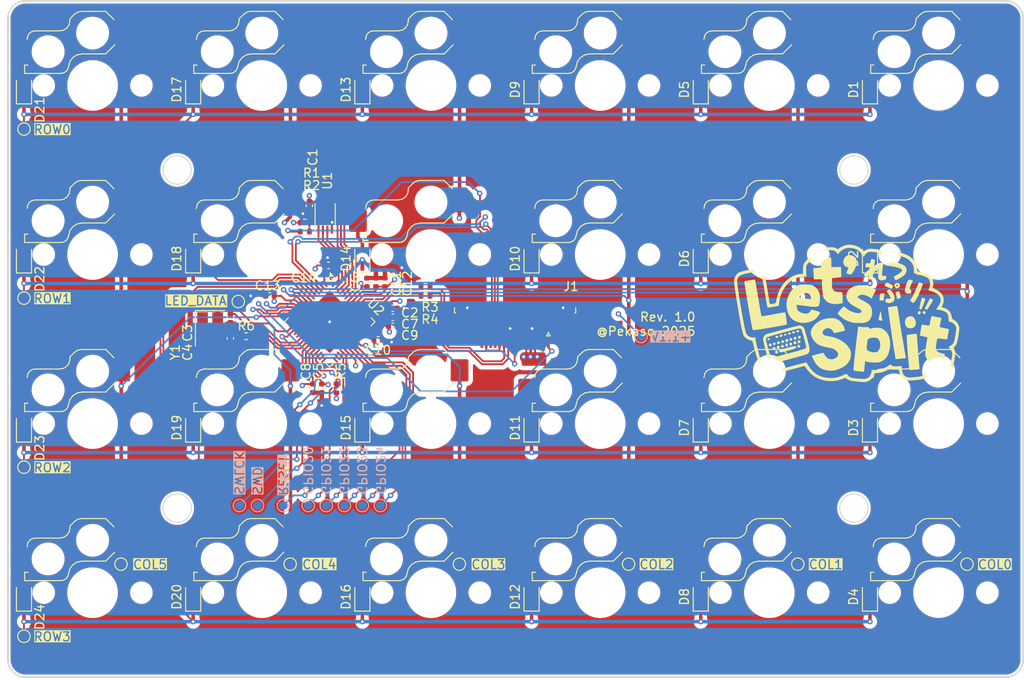
<source format=kicad_pcb>
(kicad_pcb (version 20240108) (generator "pcbnew") (generator_version "8.0")
  (layers (0 "F.Cu" signal) (1 "In1.Cu" signal) (2 "In2.Cu" signal) (31 "B.Cu" signal) (34 "B.Paste" user) (35 "F.Paste" user) (36 "B.SilkS" user "B.Silkscreen") (37 "F.SilkS" user "F.Silkscreen") (38 "B.Mask" user) (39 "F.Mask" user) (44 "Edge.Cuts" user))
  (net 0 "")
  (net 1 "GND")
  (net 2 "+3V3")
  (net 3 "+1V1")
  (net 4 "Net-(D1-A)")
  (net 5 "Net-(D2-A)")
  (net 6 "Net-(D3-A)")
  (net 7 "Net-(D4-A)")
  (net 8 "Net-(D5-A)")
  (net 9 "Net-(D6-A)")
  (net 10 "Net-(D7-A)")
  (net 11 "Net-(D8-A)")
  (net 12 "Net-(D9-A)")
  (net 13 "Net-(D10-A)")
  (net 14 "Net-(D11-A)")
  (net 15 "Net-(D12-A)")
  (net 16 "Net-(D13-A)")
  (net 17 "Net-(D14-A)")
  (net 18 "Net-(D15-A)")
  (net 19 "Net-(D16-A)")
  (net 20 "Net-(D17-A)")
  (net 21 "Net-(D18-A)")
  (net 22 "Net-(D19-A)")
  (net 23 "Net-(D20-A)")
  (net 24 "Net-(D22-A)")
  (net 25 "Net-(D23-A)")
  (net 26 "Net-(D24-A)")
  (net 27 "Net-(U2-XIN)")
  (net 28 "Net-(C4-Pad2)")
  (net 29 "Net-(D21-A)")
  (net 30 "Net-(U1-~{CS})")
  (net 31 "Net-(U2-USB_DP)")
  (net 32 "Net-(U2-USB_DM)")
  (net 33 "Net-(U2-XOUT)")
  (net 34 "Net-(U1-DI(IO0))")
  (net 35 "Net-(U1-IO3)")
  (net 36 "Net-(U1-DO(IO1))")
  (net 37 "Net-(U1-CLK)")
  (net 38 "Net-(U1-IO2)")
  (net 49 "ROW0")
  (net 50 "ROW1")
  (net 51 "ROW2")
  (net 52 "ROW3")
  (net 53 "SPLIT_Tx_m")
  (net 54 "D+")
  (net 55 "USB_DET_m")
  (net 56 "SPLIT_Rx_m")
  (net 57 "D-")
  (net 58 "BOOT_m")
  (net 59 "RESET")
  (net 60 "COL0")
  (net 61 "COL1")
  (net 62 "COL2")
  (net 63 "COL3")
  (net 64 "COL4")
  (net 65 "COL5")
  (net 66 "GPIO20")
  (net 67 "GPIO21")
  (net 68 "GPIO22")
  (net 69 "GPIO23")
  (net 70 "GPIO24")
  (net 71 "SWCLK")
  (net 72 "SWD")
  (net 73 "LED_DATA")
  (net 74 "HANDEDNESS")
  (footprint "Resistor_SMD:R_0402_1005Metric" (layer "F.Cu") (at 63.515 73.172 180)
    (property "Reference" "R3")
    (property "Value" "22")
  )
  (footprint "Package_DFN_QFN:QFN-56-1EP_7x7mm_P0.4mm_EP3.2x3.2mm" (layer "F.Cu") (at 52.72 77.109 -45)
    (property "Reference" "U2")
    (property "Value" "RP2040")
  )
  (footprint "Diode_SMD:D_SOD-323" (layer "F.Cu") (at 113.553 108.097 90)
    (property "Reference" "D4")
    (property "Value" "1N4148")
  )
  (footprint "Diode_SMD:D_SOD-323" (layer "F.Cu") (at 94.503 69.997 90)
    (property "Reference" "D6")
    (property "Value" "1N4148")
  )
  (footprint "Capacitor_SMD:C_0402_1005Metric" (layer "F.Cu") (at 41.544 76.7 -90)
    (property "Reference" "C3")
    (property "Value" "27p")
  )
  (footprint "Capacitor_SMD:C_0402_1005Metric" (layer "F.Cu") (at 41.544 78.986 90)
    (property "Reference" "C4")
    (property "Value" "27p")
  )
  (footprint "Capacitor_SMD:C_0402_1005Metric" (layer "F.Cu") (at 50.815001 84.602 90)
    (property "Reference" "C8")
    (property "Value" "100n")
  )
  (footprint "Resistor_SMD:R_0402_1005Metric" (layer "F.Cu") (at 63.517 74.188 180)
    (property "Reference" "R4")
    (property "Value" "22")
  )
  (footprint "Diode_SMD:D_SOD-323" (layer "F.Cu") (at 113.553 89.047 90)
    (property "Reference" "D3")
    (property "Value" "1N4148")
  )
  (footprint "Diode_SMD:D_SOD-323" (layer "F.Cu") (at 94.503 50.947 90)
    (property "Reference" "D5")
    (property "Value" "1N4148")
  )
  (footprint "Diode_SMD:D_SOD-323" (layer "F.Cu") (at 18.303 89.047 90)
    (property "Reference" "D23")
    (property "Value" "1N4148")
  )
  (footprint "Diode_SMD:D_SOD-323" (layer "F.Cu") (at 75.453 89.047 90)
    (property "Reference" "D11")
    (property "Value" "1N4148")
  )
  (footprint "Diode_SMD:D_SOD-323" (layer "F.Cu") (at 18.303 50.947 90)
    (property "Reference" "D21")
    (property "Value" "1N4148")
  )
  (footprint "Resistor_SMD:R_0402_1005Metric" (layer "F.Cu") (at 53.482 84.602 -90)
    (property "Reference" "R5")
    (property "Value" "10k")
  )
  (footprint "TestPoint:TestPoint_Pad_D1.0mm" (layer "F.Cu") (at 86.375 104.414)
    (property "Reference" "TP25" (hide yes))
    (property "Value" "COL2")
  )
  (footprint "Diode_SMD:D_SOD-323" (layer "F.Cu") (at 113.553 69.997 90)
    (property "Reference" "D2")
    (property "Value" "1N4148")
  )
  (footprint "Capacitor_SMD:C_0402_1005Metric" (layer "F.Cu") (at 58.943 72.664 -90)
    (property "Reference" "C12")
    (property "Value" "100n")
  )
  (footprint "Diode_SMD:D_SOD-323" (layer "F.Cu") (at 75.453 69.997 90)
    (property "Reference" "D10")
    (property "Value" "1N4148")
  )
  (footprint "Diode_SMD:D_SOD-323" (layer "F.Cu") (at 37.353 69.997 90)
    (property "Reference" "D18")
    (property "Value" "1N4148")
  )
  (footprint "Diode_SMD:D_SOD-323" (layer "F.Cu") (at 75.453 50.947 90)
    (property "Reference" "D9")
    (property "Value" "1N4148")
  )
  (footprint "Capacitor_SMD:C_0402_1005Metric" (layer "F.Cu") (at 59.832 75.585 180)
    (property "Reference" "C2")
    (property "Value" "1u")
  )
  (footprint "Diode_SMD:D_SOD-323" (layer "F.Cu") (at 56.403 69.997 90)
    (property "Reference" "D14")
    (property "Value" "1N4148")
  )
  (footprint "footprint:letsupuri_logo" (layer "F.Cu") (at 110.935 76.185)
    (property "Reference" "G***" (hide yes))
    (property "Value" "LOGO" (hide yes))
  )
  (footprint "TestPoint:TestPoint_Pad_D1.0mm" (layer "F.Cu") (at 18.303 93.492)
    (property "Reference" "TP21" (hide yes))
    (property "Value" "ROW2")
  )
  (footprint "Capacitor_SMD:C_0402_1005Metric" (layer "F.Cu") (at 59.832 76.601 180)
    (property "Reference" "C7")
    (property "Value" "1u")
  )
  (footprint "TestPoint:TestPoint_Pad_D1.0mm" (layer "F.Cu") (at 29.225 104.414)
    (property "Reference" "TP28" (hide yes))
    (property "Value" "COL5")
  )
  (footprint "Capacitor_SMD:C_0402_1005Metric" (layer "F.Cu") (at 58.181 79.141 180)
    (property "Reference" "C10")
    (property "Value" "100n")
  )
  (footprint "Diode_SMD:D_SOD-323" (layer "F.Cu") (at 56.403 50.947 90)
    (property "Reference" "D13")
    (property "Value" "1N4148")
  )
  (footprint "Diode_SMD:D_SOD-323" (layer "F.Cu") (at 37.353 108.097 90)
    (property "Reference" "D20")
    (property "Value" "1N4148")
  )
  (footprint "Diode_SMD:D_SOD-323" (layer "F.Cu") (at 56.403 89.047 90)
    (property "Reference" "D15")
    (property "Value" "1N4148")
  )
  (footprint "TestPoint:TestPoint_Pad_D1.0mm" (layer "F.Cu") (at 67.325 104.414)
    (property "Reference" "TP26" (hide yes))
    (property "Value" "COL3")
  )
  (footprint "Diode_SMD:D_SOD-323" (layer "F.Cu") (at 37.353 50.947 90)
    (property "Reference" "D17")
    (property "Value" "1N4148")
  )
  (footprint "Crystal:Crystal_SMD_3225-4Pin_3.2x2.5mm" (layer "F.Cu") (at 39.258 77.843 -90)
    (property "Reference" "Y1")
    (property "Value" "12MHz")
  )
  (footprint "Capacitor_SMD:C_0402_1005Metric" (layer "F.Cu") (at 56.911 72.664 -90)
    (property "Reference" "C6")
    (property "Value" "100n")
  )
  (footprint "Connector_FFC-FPC:TE_1-1734839-6_1x16-1MP_P0.5mm_Horizontal" (layer "F.Cu") (at 73.6 78.15 180)
    (property "Reference" "J1")
    (property "Value" "Conn_01x16_Shielded")
  )
  (footprint "Capacitor_SMD:C_0402_1005Metric" (layer "F.Cu") (at 59.832 77.617 180)
    (property "Reference" "C9")
    (property "Value" "100n")
  )
  (footprint "TestPoint:TestPoint_Pad_D1.0mm" (layer "F.Cu") (at 124.475 104.414)
    (property "Reference" "TP23" (hide yes))
    (property "Value" "COL0")
  )
  (footprint "Diode_SMD:D_SOD-323" (layer "F.Cu") (at 18.303 108.097 90)
    (property "Reference" "D24")
    (property "Value" "1N4148")
  )
  (footprint "Diode_SMD:D_SOD-323" (layer "F.Cu") (at 94.503 89.047 90)
    (property "Reference" "D7")
    (property "Value" "1N4148")
  )
  (footprint "TestPoint:TestPoint_Pad_D1.0mm" (layer "F.Cu") (at 18.303 112.542)
    (property "Reference" "TP22" (hide yes))
    (property "Value" "ROW3")
  )
  (footprint "Package_SON:Winbond_USON-8-1EP_3x2mm_P0.5mm_EP0.2x1.6mm" (layer "F.Cu") (at 52.212 65.298 90)
    (property "Reference" "U1")
    (property "Value" "W25Q128JVP")
  )
  (footprint "Diode_SMD:D_SOD-323" (layer "F.Cu") (at 56.403 108.097 90)
    (property "Reference" "D16")
    (property "Value" "1N4148")
  )
  (footprint "Resistor_SMD:R_0402_1005Metric" (layer "F.Cu") (at 49.926 66.949)
    (property "Reference" "R1")
    (property "Value" "1k")
  )
  (footprint "TestPoint:TestPoint_Pad_D1.0mm" (layer "F.Cu") (at 105.425 104.414)
    (property "Reference" "TP24" (hide yes))
    (property "Value" "COL1")
  )
  (footprint "TestPoint:TestPoint_Pad_D1.0mm" (layer "F.Cu") (at 42.433 74.823)
    (property "Reference" "TP18" (hide yes))
    (property "Value" "LED_DATA")
  )
  (footprint "Diode_SMD:D_SOD-323" (layer "F.Cu") (at 37.353 89.047 90)
    (property "Reference" "D19")
    (property "Value" "1N4148")
  )
  (footprint "Capacitor_SMD:C_0402_1005Metric" (layer "F.Cu") (at 52.593 70.759 180)
    (property "Reference" "C14")
    (property "Value" "100n")
  )
  (footprint "Diode_SMD:D_SOD-323" (layer "F.Cu") (at 113.553 50.947 90)
    (property "Reference" "D1")
    (property "Value" "1N4148")
  )
  (footprint "TestPoint:TestPoint_Pad_D1.0mm" (layer "F.Cu") (at 18.303 55.392)
    (property "Reference" "TP19" (hide yes))
    (property "Value" "ROW0")
  )
  (footprint "Diode_SMD:D_SOD-323" (layer "F.Cu") (at 94.503 108.097 90)
    (property "Reference" "D8")
    (property "Value" "1N4148")
  )
  (footprint "Resistor_SMD:R_0402_1005Metric" (layer "F.Cu") (at 43.322 78.732)
    (property "Reference" "R6")
    (property "Value" "1k")
  )
  (footprint "TestPoint:TestPoint_Pad_D1.0mm" (layer "F.Cu") (at 18.303 74.442)
    (property "Reference" "TP20" (hide yes))
    (property "Value" "ROW1")
  )
  (footprint "Capacitor_SMD:C_0402_1005Metric" (layer "F.Cu") (at 50.434001 64.028 90)
    (property "Reference" "C1")
    (property "Value" "100n")
  )
  (footprint "Capacitor_SMD:C_0402_1005Metric" (layer "F.Cu") (at 51.831 84.602 90)
    (property "Reference" "C5")
    (property "Value" "100n")
  )
  (footprint "Diode_SMD:D_SOD-323" (layer "F.Cu") (at 75.453 108.097 90)
    (property "Reference" "D12")
    (property "Value" "1N4148")
  )
  (footprint "Capacitor_SMD:C_0402_1005Metric" (layer "F.Cu") (at 45.989 74.188)
    (property "Reference" "C13")
    (property "Value" "100n")
  )
  (footprint "TestPoint:TestPoint_Pad_D1.0mm" (layer "F.Cu") (at 48.275 104.414)
    (property "Reference" "TP27" (hide yes))
    (property "Value" "COL4")
  )
  (footprint "Resistor_SMD:R_0402_1005Metric" (layer "F.Cu") (at 49.928 65.933 180)
    (property "Reference" "R2")
    (property "Value" "10k")
  )
  (footprint "Capacitor_SMD:C_0402_1005Metric" (layer "F.Cu") (at 57.927 72.664 -90)
    (property "Reference" "C11")
    (property "Value" "100n")
  )
  (footprint "Diode_SMD:D_SOD-323" (layer "F.Cu") (at 18.303 69.997 90)
    (property "Reference" "D22")
    (property "Value" "1N4148")
  )
  (footprint "footprint:SW_Hotswap_Kailh_Choc_V1V2_1.00u" (layer "B.Cu") (at 83.175 88.575 180)
    (property "Reference" "SW11" (hide yes))
    (property "Value" "SW_Push")
  )
  (footprint "footprint:SW_Hotswap_Kailh_Choc_V1V2_1.00u" (layer "B.Cu") (at 83.175 107.625 180)
    (property "Reference" "SW12" (hide yes))
    (property "Value" "SW_Push")
  )
  (footprint "TestPoint:TestPoint_Pad_D1.0mm" (layer "B.Cu") (at 56.403 97.81 180)
    (property "Reference" "TP4" (hide yes))
    (property "Value" "GPIO23")
  )
  (footprint "footprint:SW_Hotswap_Kailh_Choc_V1V2_1.00u" (layer "B.Cu") (at 26.025 69.525 180)
    (property "Reference" "SW22" (hide yes))
    (property "Value" "SW_Push")
  )
  (footprint "TestPoint:TestPoint_Pad_D1.0mm" (layer "B.Cu") (at 54.371 97.81 180)
    (property "Reference" "TP3" (hide yes))
    (property "Value" "GPIO22")
  )
  (footprint "footprint:SW_Hotswap_Kailh_Choc_V1V2_1.00u" (layer "B.Cu") (at 64.125 50.475 180)
    (property "Reference" "SW13" (hide yes))
    (property "Value" "SW_Push")
  )
  (footprint "footprint:SW_Hotswap_Kailh_Choc_V1V2_1.00u" (layer "B.Cu") (at 45.075 88.575 180)
    (property "Reference" "SW19" (hide yes))
    (property "Value" "SW_Push")
  )
  (footprint "footprint:SW_Hotswap_Kailh_Choc_V1V2_1.00u" (layer "B.Cu") (at 121.275 50.475 180)
    (property "Reference" "SW1" (hide yes))
    (property "Value" "SW_Push")
  )
  (footprint "TestPoint:TestPoint_Pad_D1.0mm" (layer "B.Cu") (at 42.56 97.81 180)
    (property "Reference" "TP8" (hide yes))
    (property "Value" "SW_CLK")
  )
  (footprint "footprint:SW_Hotswap_Kailh_Choc_V1V2_1.00u" (layer "B.Cu") (at 64.125 88.575 180)
    (property "Reference" "SW15" (hide yes))
    (property "Value" "SW_Push")
  )
  (footprint "footprint:SW_Hotswap_Kailh_Choc_V1V2_1.00u" (layer "B.Cu") (at 83.175 50.475 180)
    (property "Reference" "SW9" (hide yes))
    (property "Value" "SW_Push")
  )
  (footprint "footprint:SW_Hotswap_Kailh_Choc_V1V2_1.00u" (layer "B.Cu") (at 26.025 107.625 180)
    (property "Reference" "SW24" (hide yes))
    (property "Value" "SW_Push")
  )
  (footprint "TestPoint:TestPoint_Pad_D1.0mm" (layer "B.Cu") (at 87.772 78.76 180)
    (property "Reference" "TP16" (hide yes))
    (property "Value" "+1.1V_L" (hide yes))
  )
  (footprint "footprint:SW_Hotswap_Kailh_Choc_V1V2_1.00u" (layer "B.Cu") (at 45.075 69.525 180)
    (property "Reference" "SW18" (hide yes))
    (property "Value" "SW_Push")
  )
  (footprint "TestPoint:TestPoint_Pad_D1.0mm" (layer "B.Cu") (at 50.307 97.81 180)
    (property "Reference" "TP1" (hide yes))
    (property "Value" "GPIO20")
  )
  (footprint "TestPoint:TestPoint_Pad_D1.0mm" (layer "B.Cu") (at 47.513 97.81 180)
    (property "Reference" "TP11" (hide yes))
    (property "Value" "RESET")
  )
  (footprint "footprint:SW_Hotswap_Kailh_Choc_V1V2_1.00u" (layer "B.Cu") (at 26.025 88.575 180)
    (property "Reference" "SW23" (hide yes))
    (property "Value" "SW_Push")
  )
  (footprint "TestPoint:TestPoint_Pad_D1.0mm" (layer "B.Cu") (at 44.592 97.81 180)
    (property "Reference" "TP9" (hide yes))
    (property "Value" "SWD")
  )
  (footprint "footprint:SW_Hotswap_Kailh_Choc_V1V2_1.00u" (layer "B.Cu") (at 121.275 107.625 180)
    (property "Reference" "SW4" (hide yes))
    (property "Value" "SW_Push")
  )
  (footprint "footprint:SW_Hotswap_Kailh_Choc_V1V2_1.00u" (layer "B.Cu") (at 45.075 50.475 180)
    (property "Reference" "SW17" (hide yes))
    (property "Value" "SW_Push")
  )
  (footprint "footprint:SW_Hotswap_Kailh_Choc_V1V2_1.00u" (layer "B.Cu") (at 26.025 50.475 180)
    (property "Reference" "SW21" (hide yes))
    (property "Value" "SW_Push")
  )
  (footprint "footprint:SW_Hotswap_Kailh_Choc_V1V2_1.00u" (layer "B.Cu") (at 64.125 69.525 180)
    (property "Reference" "SW14" (hide yes))
    (property "Value" "SW_Push")
  )
  (footprint "footprint:SW_Hotswap_Kailh_Choc_V1V2_1.00u" (layer "B.Cu") (at 102.225 107.625 180)
    (property "Reference" "SW8" (hide yes))
    (property "Value" "SW_Push")
  )
  (footprint "TestPoint:TestPoint_Pad_D1.0mm" (layer "B.Cu") (at 52.339 97.81 180)
    (property "Reference" "TP2" (hide yes))
    (property "Value" "GPIO21")
  )
  (footprint "footprint:SW_Hotswap_Kailh_Choc_V1V2_1.00u" (layer "B.Cu") (at 102.225 69.525 180)
    (property "Reference" "SW6" (hide yes))
    (property "Value" "SW_Push")
  )
  (footprint "footprint:SW_Hotswap_Kailh_Choc_V1V2_1.00u" (layer "B.Cu") (at 121.275 88.575 180)
    (property "Reference" "SW3" (hide yes))
    (property "Value" "SW_Push")
  )
  (footprint "TestPoint:TestPoint_Pad_D1.0mm" (layer "B.Cu") (at 58.435 97.81 180)
    (property "Reference" "TP5" (hide yes))
    (property "Value" "GPIO24")
  )
  (footprint "footprint:SW_Hotswap_Kailh_Choc_V1V2_1.00u" (layer "B.Cu") (at 102.225 50.475 180)
    (property "Reference" "SW5" (hide yes))
    (property "Value" "SW_Push")
  )
  (footprint "footprint:SW_Hotswap_Kailh_Choc_V1V2_1.00u" (layer "B.Cu") (at 121.275 69.525 180)
    (property "Reference" "SW2" (hide yes))
    (property "Value" "SW_Push")
  )
  (footprint "footprint:SW_Hotswap_Kailh_Choc_V1V2_1.00u" (layer "B.Cu") (at 45.075 107.625 180)
    (property "Reference" "SW20" (hide yes))
    (property "Value" "SW_Push")
  )
  (footprint "footprint:SW_Hotswap_Kailh_Choc_V1V2_1.00u" (layer "B.Cu") (at 102.225 88.575 180)
    (property "Reference" "SW7" (hide yes))
    (property "Value" "SW_Push")
  )
  (footprint "footprint:SW_Hotswap_Kailh_Choc_V1V2_1.00u" (layer "B.Cu") (at 83.175 69.525 180)
    (property "Reference" "SW10" (hide yes))
    (property "Value" "SW_Push")
  )
  (footprint "footprint:SW_Hotswap_Kailh_Choc_V1V2_1.00u" (layer "B.Cu") (at 64.125 107.625 180)
    (property "Reference" "SW16" (hide yes))
    (property "Value" "SW_Push")
  )
  (gr_arc (start 128.800001 40.950001) (mid 130.214213 41.535787) (end 130.8 42.95) (stroke (width 0.2)) (layer "Edge.Cuts"))
  (gr_line (start 128.800001 40.950001) (end 18.499998 40.950001) (stroke (width 0.2)) (layer "Edge.Cuts"))
  (gr_line (start 130.8 42.95) (end 130.8 115.150002) (stroke (width 0.2)) (layer "Edge.Cuts"))
  (gr_circle (center 35.55 60.000001) (end 37.15 60.000001) (stroke (width 0.1)) (fill none) (layer "Edge.Cuts"))
  (gr_arc (start 130.8 115.150002) (mid 130.214213 116.564214) (end 128.800001 117.150001) (stroke (width 0.2)) (layer "Edge.Cuts"))
  (gr_circle (center 35.55 98.100001) (end 37.15 98.100001) (stroke (width 0.1)) (fill none) (layer "Edge.Cuts"))
  (gr_line (start 18.499999 117.150001) (end 128.800001 117.150001) (stroke (width 0.2)) (layer "Edge.Cuts"))
  (gr_circle (center 111.75 98.100001) (end 113.35 98.100001) (stroke (width 0.1)) (fill none) (layer "Edge.Cuts"))
  (gr_arc (start 18.499999 117.150001) (mid 17.085786 116.564215) (end 16.5 115.150002) (stroke (width 0.2)) (layer "Edge.Cuts"))
  (gr_circle (center 111.75 60.000001) (end 113.35 60.000001) (stroke (width 0.1)) (fill none) (layer "Edge.Cuts"))
  (gr_arc (start 16.5 42.95) (mid 17.085786 41.535787) (end 18.499998 40.950001) (stroke (width 0.2)) (layer "Edge.Cuts"))
  (gr_line (start 16.5 42.95) (end 16.5 115.150002) (stroke (width 0.2)) (layer "Edge.Cuts"))
  (gr_text "SWD" (at 43.957 96.667 -90) (layer "B.SilkS" knockout) (effects (font (size 1 1)) (justify left bottom mirror)))
  (gr_text "GPIO24" (at 57.8635 96.666999 -90) (layer "B.SilkS") (effects (font (size 1 1)) (justify left bottom mirror)))
  (gr_text "SWLCK" (at 41.925 96.667 -90) (layer "B.SilkS" knockout) (effects (font (size 1 1)) (justify left bottom mirror)))
  (gr_text "GPIO21" (at 51.704 96.667 -90) (layer "B.SilkS") (effects (font (size 1 1)) (justify left bottom mirror)))
  (gr_text "RESET" (at 46.878 96.794 -90) (layer "B.SilkS" knockout) (effects (font (size 1 1)) (justify left bottom mirror)))
  (gr_text "GPIO23" (at 55.768 96.667 -90) (layer "B.SilkS") (effects (font (size 1 1)) (justify left bottom mirror)))
  (gr_text "GPIO22" (at 53.736 96.666999 -90) (layer "B.SilkS") (effects (font (size 1 1)) (justify left bottom mirror)))
  (gr_text "+1.1V" (at 93.487 79.395 0) (layer "B.SilkS" knockout) (effects (font (size 1 1)) (justify left bottom mirror)))
  (gr_text "GPIO20" (at 49.672 96.667 -90) (layer "B.SilkS") (effects (font (size 1 1)) (justify left bottom mirror)))
  (gr_text "COL5" (at 30.495 105.049 0) (layer "F.SilkS" knockout) (effects (font (size 1 1)) (justify left bottom)))
  (gr_text "ROW2" (at 19.319 94.127 0) (layer "F.SilkS" knockout) (effects (font (size 1 1)) (justify left bottom)))
  (gr_text "COL0" (at 125.618 105.049 0) (layer "F.SilkS" knockout) (effects (font (size 1 1)) (justify left bottom)))
  (gr_text "COL1" (at 106.568 105.049 0) (layer "F.SilkS" knockout) (effects (font (size 1 1)) (justify left bottom)))
  (gr_text "COL4" (at 49.545 105.049 0) (layer "F.SilkS" knockout) (effects (font (size 1 1)) (justify left bottom)))
  (gr_text "ROW1" (at 19.319 75.077 0) (layer "F.SilkS" knockout) (effects (font (size 1 1)) (justify left bottom)))
  (gr_text "COL2" (at 87.518 105.049 0) (layer "F.SilkS" knockout) (effects (font (size 1 1)) (justify left bottom)))
  (gr_text "Rev. 1.0\n@Pekaso 2025" (at 93.995 78.76 0) (layer "F.SilkS") (effects (font (size 1 1)) (justify right bottom)))
  (gr_text "ROW3" (at 19.319 113.177 0) (layer "F.SilkS" knockout) (effects (font (size 1 1)) (justify left bottom)))
  (gr_text "ROW0" (at 19.319 56.027 0) (layer "F.SilkS" knockout) (effects (font (size 1 1)) (justify left bottom)))
  (gr_text "COL3" (at 68.595 105.049 0) (layer "F.SilkS" knockout) (effects (font (size 1 1)) (justify left bottom)))
  (gr_text "LED_DATA" (at 34.051 75.331 0) (layer "F.SilkS" knockout) (effects (font (size 1 1)) (justify left bottom)))
  (segment (start 56.911 72.184) (end 57.927 72.184) (width 0.2) (layer "F.Cu") (net 1))
  (segment (start 71.704 80.35) (end 71.85 80.204) (width 0.2) (layer "F.Cu") (net 1))
  (segment (start 55.895 77.109) (end 54.3075 75.5215) (width 0.2) (layer "F.Cu") (net 1))
  (segment (start 68.214 75.530821) (end 68.18 75.564821) (width 0.6) (layer "F.Cu") (net 1))
  (segment (start 76.088 78.379) (end 76.85 78.379) (width 0.2) (layer "F.Cu") (net 1))
  (segment (start 70.35 80.3) (end 70.4 80.35) (width 0.2) (layer "F.Cu") (net 1))
  (segment (start 74.35 79.5) (end 74.35 78.466) (width 0.2) (layer "F.Cu") (net 1))
  (segment (start 76.342 78.379) (end 76.088 78.379) (width 0.2) (layer "F.Cu") (net 1))
  (segment (start 74.437 78.379) (end 75.5165 78.379) (width 0.2) (layer "F.Cu") (net 1))
  (segment (start 43.83 74.188) (end 45.509 74.188) (width 0.2) (layer "F.Cu") (net 1))
  (segment (start 50.815001 85.082) (end 51.831 85.082) (width 0.2) (layer "F.Cu") (net 1))
  (segment (start 37.48 75.331) (end 37.099 75.712) (width 0.4) (layer "F.Cu") (net 1))
  (segment (start 37.48 80.284) (end 38.369 80.284) (width 0.4) (layer "F.Cu") (net 1))
  (segment (start 76.35 79.5) (end 76.35 78.387) (width 0.2) (layer "F.Cu") (net 1))
  (segment (start 51.831 86.545) (end 51.831 85.082) (width 0.2) (layer "F.Cu") (net 1))
  (segment (start 76.088 78.379) (end 75.5165 78.379) (width 0.2) (layer "F.Cu") (net 1))
  (segment (start 73.35 79.5) (end 73.35 78.429) (width 0.2) (layer "F.Cu") (net 1))
  (segment (start 48.965783 79.449) (end 50.3705 78.044283) (width 0.2) (layer "F.Cu") (net 1))
  (segment (start 60.312 75.585) (end 61.102 75.585) (width 0.2) (layer "F.Cu") (net 1))
  (segment (start 52.72 73.934) (end 49.545 77.109) (width 0.2) (layer "F.Cu") (net 1))
  (segment (start 59.442107 79.141) (end 58.661 79.141) (width 0.2) (layer "F.Cu") (net 1))
  (segment (start 72.532 78.379) (end 73.04 77.871) (width 0.2) (layer "F.Cu") (net 1))
  (segment (start 54.3075 75.5215) (end 52.72 73.934) (width 0.2) (layer "F.Cu") (net 1))
  (segment (start 49.545 77.109) (end 50.4975 78.0615) (width 0.2) (layer "F.Cu") (net 1))
  (segment (start 53.073 70.464) (end 53.073 70.759) (width 0.2) (layer "F.Cu") (net 1))
  (segment (start 37.099 75.712) (end 37.099 79.903) (width 0.4) (layer "F.Cu") (net 1))
  (segment (start 52.962 65.945002) (end 53.009 65.898002) (width 0.2) (layer "F.Cu") (net 1))
  (segment (start 71.85 80.204) (end 71.85 79.5) (width 0.2) (layer "F.Cu") (net 1))
  (segment (start 50.3705 78.044283) (end 50.3705 77.9345) (width 0.2) (layer "F.Cu") (net 1))
  (segment (start 41.29 80.284) (end 41.544 80.03) (width 0.4) (layer "F.Cu") (net 1))
  (segment (start 57.927 72.184) (end 58.943 72.184) (width 0.2) (layer "F.Cu") (net 1))
  (segment (start 71.85 78.7) (end 72.171 78.379) (width 0.2) (layer "F.Cu") (net 1))
  (segment (start 40.108 75.37) (end 40.147 75.331) (width 0.4) (layer "F.Cu") (net 1))
  (segment (start 41.29 75.331) (end 40.147 75.331) (width 0.4) (layer "F.Cu") (net 1))
  (segment (start 52.72 77.109) (end 54.3075 75.5215) (width 0.2) (layer "F.Cu") (net 1))
  (segment (start 41.544 80.03) (end 41.544 79.466) (width 0.4) (layer "F.Cu") (net 1))
  (segment (start 58.943 71.394) (end 58.943 72.184) (width 0.2) (layer "F.Cu") (net 1))
  (segment (start 59.324 71.013) (end 58.943 71.394) (width 0.2) (layer "F.Cu") (net 1))
  (segment (start 50.4975 78.0615) (end 52.72 80.284) (width 0.2) (layer "F.Cu") (net 1))
  (segment (start 70.35 79.5) (end 70.35 80.3) (width 0.2) (layer "F.Cu") (net 1))
  (segment (start 76.85 78.379) (end 76.85 79.5) (width 0.2) (layer "F.Cu") (net 1))
  (segment (start 41.544 76.22) (end 41.544 75.585) (width 0.4) (layer "F.Cu") (net 1))
  (segment (start 52.479 69.87) (end 53.073 70.464) (width 0.2) (layer "F.Cu") (net 1))
  (segment (start 60.312 75.585) (end 60.312 76.601) (width 0.2) (layer "F.Cu") (net 1))
  (segment (start 74.35 78.466) (end 74.437 78.379) (width 0.2) (layer "F.Cu") (net 1))
  (segment (start 41.544 75.585) (end 41.29 75.331) (width 0.4) (layer "F.Cu") (net 1))
  (segment (start 75.5165 78.379) (end 75.5165 77.871) (width 0.2) (layer "F.Cu") (net 1))
  (segment (start 68.18 75.564821) (end 68.18 77.8) (width 0.6) (layer "F.Cu") (net 1))
  (segment (start 73.35 78.429) (end 73.3 78.379) (width 0.2) (layer "F.Cu") (net 1))
  (segment (start 79.009 75.530821) (end 79.02 75.541821) (width 0.6) (layer "F.Cu") (net 1))
  (segment (start 72.171 78.379) (end 72.532 78.379) (width 0.2) (layer "F.Cu") (net 1))
  (segment (start 42.052 76.22) (end 43.449 77.617) (width 0.2) (layer "F.Cu") (net 1))
  (segment (start 71.85 79.5) (end 71.85 78.7) (width 0.2) (layer "F.Cu") (net 1))
  (segment (start 40.147 75.331) (end 37.48 75.331) (width 0.4) (layer "F.Cu") (net 1))
  (segment (start 38.408 80.245) (end 38.369 80.284) (width 0.4) (layer "F.Cu") (net 1))
  (segment (start 59.696107 79.395) (end 59.442107 79.141) (width 0.2) (layer "F.Cu") (net 1))
  (segment (start 73.3 78.379) (end 74.564 78.379) (width 0.2) (layer "F.Cu") (net 1))
  (segment (start 76.35 78.387) (end 76.342 78.379) (width 0.2) (layer "F.Cu") (net 1))
  (segment (start 79.02 75.541821) (end 79.02 77.8) (width 0.6) (layer "F.Cu") (net 1))
  (segment (start 52.962 66.723) (end 52.962 65.945002) (width 0.2) (layer "F.Cu") (net 1))
  (segment (start 38.408 78.943) (end 38.408 80.245) (width 0.4) (layer "F.Cu") (net 1))
  (segment (start 43.449 77.617) (end 45.354 77.617) (width 0.2) (layer "F.Cu") (net 1))
  (segment (start 38.369 80.284) (end 41.29 80.284) (width 0.4) (layer "F.Cu") (net 1))
  (segment (start 50.3705 77.9345) (end 50.4975 78.0615) (width 0.2) (layer "F.Cu") (net 1))
  (segment (start 41.544 76.22) (end 42.052 76.22) (width 0.2) (layer "F.Cu") (net 1))
  (segment (start 45.354 77.617) (end 47.186 79.449) (width 0.2) (layer "F.Cu") (net 1))
  (segment (start 60.848 71.013) (end 59.324 71.013) (width 0.2) (layer "F.Cu") (net 1))
  (segment (start 37.099 79.903) (end 37.48 80.284) (width 0.4) (layer "F.Cu") (net 1))
  (segment (start 50.434001 64.508) (end 50.122573 64.508) (width 0.2) (layer "F.Cu") (net 1))
  (segment (start 70.4 80.35) (end 71.704 80.35) (width 0.2) (layer "F.Cu") (net 1))
  (segment (start 40.108 76.743) (end 40.108 75.37) (width 0.4) (layer "F.Cu") (net 1))
  (segment (start 72.532 78.379) (end 73.3 78.379) (width 0.2) (layer "F.Cu") (net 1))
  (segment (start 60.312 76.601) (end 60.312 77.617) (width 0.2) (layer "F.Cu") (net 1))
  (segment (start 52.72 80.284) (end 55.895 77.109) (width 0.2) (layer "F.Cu") (net 1))
  (segment (start 50.122573 64.508) (end 49.712158 64.918415) (width 0.2) (layer "F.Cu") (net 1))
  (segment (start 47.186 79.449) (end 48.965783 79.449) (width 0.2) (layer "F.Cu") (net 1))
  (via (at 49.712158 64.918415) (size 0.6) (drill 0.3) (layers "F.Cu" "B.Cu") (net 1))
  (via (at 52.72 77.109) (size 0.6) (drill 0.3) (layers "F.Cu" "B.Cu") (net 1))
  (via (at 79.009 75.530821) (size 0.6) (drill 0.3) (layers "F.Cu" "B.Cu") (net 1))
  (via (at 68.214 75.530821) (size 0.6) (drill 0.3) (layers "F.Cu" "B.Cu") (net 1))
  (via (at 61.102 75.585) (size 0.6) (drill 0.3) (layers "F.Cu" "B.Cu") (net 1))
  (via (at 53.009 65.898002) (size 0.6) (drill 0.3) (layers "F.Cu" "B.Cu") (net 1))
  (via (at 60.848 71.013) (size 0.6) (drill 0.3) (layers "F.Cu" "B.Cu") (net 1))
  (via (at 51.831 86.545) (size 0.6) (drill 0.3) (layers "F.Cu" "B.Cu") (net 1))
  (via (at 52.479 69.87) (size 0.6) (drill 0.3) (layers "F.Cu" "B.Cu") (net 1))
  (via (at 43.83 74.188) (size 0.6) (drill 0.3) (layers "F.Cu" "B.Cu") (net 1))
  (via (at 75.5165 77.871) (size 0.6) (drill 0.3) (layers "F.Cu" "B.Cu") (net 1))
  (via (at 59.696107 79.395) (size 0.6) (drill 0.3) (layers "F.Cu" "B.Cu") (net 1))
  (via (at 73.04 77.871) (size 0.6) (drill 0.3) (layers "F.Cu" "B.Cu") (net 1))
  (segment (start 49.81147 84.122) (end 50.815001 84.122) (width 0.2) (layer "F.Cu") (net 2))
  (segment (start 59.352 78.153) (end 59.451 78.252) (width 0.2) (layer "F.Cu") (net 2))
  (segment (start 56.387843 73.724) (end 57.756 73.724) (width 0.2) (layer "F.Cu") (net 2))
  (segment (start 58.943 73.553) (end 58.435 74.061) (width 0.2) (layer "F.Cu") (net 2))
  (segment (start 57.756 73.724) (end 57.927 73.553) (width 0.2) (layer "F.Cu") (net 2))
  (segment (start 50.434001 62.885001) (end 50.434 62.885) (width 0.2) (layer "F.Cu") (net 2))
  (segment (start 46.476511 74.802511) (end 46.476511 74.195511) (width 0.2) (layer "F.Cu") (net 2))
  (segment (start 59.352 77.617) (end 59.352 78.153) (width 0.2) (layer "F.Cu") (net 2))
  (segment (start 58.943 73.144) (end 58.943 73.553) (width 0.2) (layer "F.Cu") (net 2))
  (segment (start 55.292101 74.819742) (end 56.387843 73.724) (width 0.2) (layer "F.Cu") (net 2))
  (segment (start 50.434001 63.548) (end 50.434001 62.885001) (width 0.2) (layer "F.Cu") (net 2))
  (segment (start 46.476511 74.195511) (end 46.469 74.188) (width 0.2) (layer "F.Cu") (net 2))
  (segment (start 74.85 80.57) (end 75.326 81.046) (width 0.2) (layer "F.Cu") (net 2))
  (segment (start 50.43074 79.681101) (end 49.672 80.439841) (width 0.2) (layer "F.Cu") (net 2))
  (segment (start 57.101273 75.839) (end 56.706316 76.233957) (width 0.2) (layer "F.Cu") (net 2))
  (segment (start 57.8 75.839) (end 57.101273 75.839) (width 0.2) (layer "F.Cu") (net 2))
  (segment (start 48.892787 74.696) (end 49.582214 75.385427) (width 0.2) (layer "F.Cu") (net 2))
  (segment (start 57.701 78.413045) (end 57.701 79.141) (width 0.2) (layer "F.Cu") (net 2))
  (segment (start 57.673 76.22) (end 59.07 77.617) (width 0.2) (layer "F.Cu") (net 2))
  (segment (start 75.326 79.524) (end 75.326 81.046) (width 0.2) (layer "F.Cu") (net 2))
  (segment (start 60.035525 72.333475) (end 59.225 73.144) (width 0.2) (layer "F.Cu") (net 2))
  (segment (start 75.85 80.649) (end 75.85 79.5) (width 0.2) (layer "F.Cu") (net 2))
  (segment (start 50.815001 83.332001) (end 50.815001 84.122) (width 0.2) (layer "F.Cu") (net 2))
  (segment (start 49.647735 84.285735) (end 49.81147 84.122) (width 0.2) (layer "F.Cu") (net 2))
  (segment (start 56.989157 77.701202) (end 57.701 78.413045) (width 0.2) (layer "F.Cu") (net 2))
  (segment (start 57.927 73.553) (end 57.927 73.144) (width 0.2) (layer "F.Cu") (net 2))
  (segment (start 49.672 80.439841) (end 49.672 82.189) (width 0.2) (layer "F.Cu") (net 2))
  (segment (start 57.285955 76.22) (end 57.673 76.22) (width 0.2) (layer "F.Cu") (net 2))
  (segment (start 55.641 81.444217) (end 54.443571 80.246788) (width 0.2) (layer "F.Cu") (net 2))
  (segment (start 55.641 82.062) (end 55.641 81.444217) (width 0.2) (layer "F.Cu") (net 2))
  (segment (start 53.482 85.111999) (end 53.482 85.745) (width 0.2) (layer "F.Cu") (net 2))
  (segment (start 56.616525 74.061) (end 55.574942 75.102583) (width 0.2) (layer "F.Cu") (net 2))
  (segment (start 51.323 70.759) (end 52.113 70.759) (width 0.2) (layer "F.Cu") (net 2))
  (segment (start 57.927 73.144) (end 58.943 73.144) (width 0.2) (layer "F.Cu") (net 2))
  (segment (start 51.09232 71.14) (end 51.09232 70.98968) (width 0.2) (layer "F.Cu") (net 2))
  (segment (start 51.462 63.873) (end 51.168 63.873) (width 0.2) (layer "F.Cu") (net 2))
  (segment (start 50.430742 79.681101) (end 50.43074 79.681101) (width 0.2) (layer "F.Cu") (net 2))
  (segment (start 74.85 79.5) (end 74.85 80.57) (width 0.2) (layer "F.Cu") (net 2))
  (segment (start 58.435 74.061) (end 56.616525 74.061) (width 0.2) (layer "F.Cu") (net 2))
  (segment (start 46.469 74.188) (end 47.259 74.188) (width 0.2) (layer "F.Cu") (net 2))
  (segment (start 59.07 77.617) (end 59.352 77.617) (width 0.2) (layer "F.Cu") (net 2))
  (segment (start 59.352 76.601) (end 59.352 77.617) (width 0.2) (layer "F.Cu") (net 2))
  (segment (start 51.09232 70.98968) (end 51.323 70.759) (width 0.2) (layer "F.Cu") (net 2))
  (segment (start 75.35 79.5) (end 75.326 79.524) (width 0.2) (layer "F.Cu") (net 2))
  (segment (start 57.927 79.776) (end 57.701 79.55) (width 0.2) (layer "F.Cu") (net 2))
  (segment (start 47.767 74.696) (end 48.892787 74.696) (width 0.2) (layer "F.Cu") (net 2))
  (segment (start 55.641 81.808) (end 55.641 82.062) (width 0.2) (layer "F.Cu") (net 2))
  (segment (start 75.453 81.046) (end 75.85 80.649) (width 0.2) (layer "F.Cu") (net 2))
  (segment (start 52.113 72.825045) (end 52.127798 72.839843) (width 0.2) (layer "F.Cu") (net 2))
  (segment (start 49.672 82.189) (end 50.815001 83.332001) (width 0.2) (layer "F.Cu") (net 2))
  (segment (start 58.562 76.601) (end 57.8 75.839) (width 0.2) (layer "F.Cu") (net 2))
  (segment (start 56.989157 76.516798) (end 57.285955 76.22) (width 0.2) (layer "F.Cu") (net 2))
  (segment (start 49.418001 65.933) (end 48.656 65.933) (width 0.2) (layer "F.Cu") (net 2))
  (segment (start 47.259 74.188) (end 47.767 74.696) (width 0.2) (layer "F.Cu") (net 2))
  (segment (start 59.352 76.601) (end 58.562 76.601) (width 0.2) (layer "F.Cu") (net 2))
  (segment (start 51.168 63.873) (end 50.843 63.548) (width 0.2) (layer "F.Cu") (net 2))
  (segment (start 57.701 79.55) (end 57.701 79.141) (width 0.2) (layer "F.Cu") (net 2))
  (segment (start 52.113 70.759) (end 52.113 72.825045) (width 0.2) (layer "F.Cu") (net 2))
  (segment (start 59.225 73.144) (end 58.943 73.144) (width 0.2) (layer "F.Cu") (net 2))
  (segment (start 75.326 81.046) (end 75.453 81.046) (width 0.2) (layer "F.Cu") (net 2))
  (segment (start 50.843 63.548) (end 50.434001 63.548) (width 0.2) (layer "F.Cu") (net 2))
  (via (at 51.09232 71.14) (size 0.6) (drill 0.3) (layers "F.Cu" "B.Cu") (net 2))
  (via (at 75.326 81.046) (size 0.6) (drill 0.3) (layers "F.Cu" "B.Cu") (net 2))
  (via (at 55.641 82.062) (size 0.6) (drill 0.3) (layers "F.Cu" "B.Cu") (net 2))
  (via (at 53.482 85.745) (size 0.6) (drill 0.3) (layers "F.Cu" "B.Cu") (net 2))
  (via (at 49.647735 84.285735) (size 0.6) (drill 0.3) (layers "F.Cu" "B.Cu") (net 2))
  (via (at 59.451 78.252) (size 0.6) (drill 0.3) (layers "F.Cu" "B.Cu") (net 2))
  (via (at 46.476511 74.802511) (size 0.6) (drill 0.3) (layers "F.Cu" "B.Cu") (net 2))
  (via (at 74.564 81.046) (size 0.6) (drill 0.3) (layers "F.Cu" "B.Cu") (net 2))
  (via (at 76.088 81.046) (size 0.6) (drill 0.3) (layers "F.Cu" "B.Cu") (net 2))
  (via (at 57.927 79.776) (size 0.6) (drill 0.3) (layers "F.Cu" "B.Cu") (net 2))
  (via (at 60.035525 72.333475) (size 0.6) (drill 0.3) (layers "F.Cu" "B.Cu") (net 2))
  (via (at 50.434 62.885) (size 0.6) (drill 0.3) (layers "F.Cu" "B.Cu") (net 2))
  (via (at 48.656 65.933) (size 0.6) (drill 0.3) (layers "F.Cu" "B.Cu") (net 2))
  (segment (start 56.402157 73.144) (end 56.911 73.144) (width 0.2) (layer "F.Cu") (net 3))
  (segment (start 57.927 75.458) (end 56.916581 75.458) (width 0.2) (layer "F.Cu") (net 3))
  (segment (start 58.054 75.585) (end 57.927 75.458) (width 0.2) (layer "F.Cu") (net 3))
  (segment (start 52.482 84.122) (end 51.831 84.122) (width 0.2) (layer "F.Cu") (net 3))
  (segment (start 59.352 75.176) (end 59.352 75.585) (width 0.2) (layer "F.Cu") (net 3))
  (segment (start 51.831 84.122) (end 51.831 83.84) (width 0.2) (layer "F.Cu") (net 3))
  (segment (start 50.053 80.624525) (end 50.713583 79.963942) (width 0.2) (layer "F.Cu") (net 3))
  (segment (start 59.74 74.788) (end 59.352 75.176) (width 0.2) (layer "F.Cu") (net 3))
  (segment (start 55.009258 74.536899) (end 56.402157 73.144) (width 0.2) (layer "F.Cu") (net 3))
  (segment (start 56.916581 75.458) (end 56.42347 75.951111) (width 0.2) (layer "F.Cu") (net 3))
  (segment (start 60.62496 74.788) (end 59.74 74.788) (width 0.2) (layer "F.Cu") (net 3))
  (segment (start 59.352 75.585) (end 58.054 75.585) (width 0.2) (layer "F.Cu") (net 3))
  (segment (start 52.543735 84.183735) (end 52.482 84.122) (width 0.2) (layer "F.Cu") (net 3))
  (segment (start 56.402157 73.144) (end 56.241 72.982843) (width 0.2) (layer "F.Cu") (net 3))
  (segment (start 50.053 82.062) (end 50.053 80.624525) (width 0.2) (layer "F.Cu") (net 3))
  (segment (start 51.831 83.84) (end 50.053 82.062) (width 0.2) (layer "F.Cu") (net 3))
  (segment (start 56.241 72.982843) (end 56.241 72.791) (width 0.2) (layer "F.Cu") (net 3))
  (via (at 60.62496 74.788) (size 0.6) (drill 0.3) (layers "F.Cu" "B.Cu") (net 3))
  (via (at 56.241 72.791) (size 0.6) (drill 0.3) (layers "F.Cu" "B.Cu") (net 3))
  (via (at 85.232 76.22) (size 0.6) (drill 0.3) (layers "F.Cu" "B.Cu") (net 3))
  (via (at 52.543735 84.183735) (size 0.6) (drill 0.3) (layers "F.Cu" "B.Cu") (net 3))
  (segment (start 85.232 76.22) (end 87.772 78.76) (width 0.2) (layer "B.Cu") (net 3))
  (segment (start 113.05 48.5095) (end 113.553 49.0125) (width 0.4) (layer "F.Cu") (net 4))
  (segment (start 113.553 49.0125) (end 113.553 49.931) (width 0.4) (layer "F.Cu") (net 4))
  (segment (start 113.05 46.709) (end 113.05 48.5095) (width 0.4) (layer "F.Cu") (net 4))
  (segment (start 113.05 65.793) (end 113.05 67.5935) (width 0.4) (layer "F.Cu") (net 5))
  (segment (start 113.05 67.5935) (end 113.553 68.0965) (width 0.4) (layer "F.Cu") (net 5))
  (segment (start 113.553 68.0965) (end 113.553 69.015) (width 0.4) (layer "F.Cu") (net 5))
  (segment (start 113.05 84.843) (end 113.05 86.6435) (width 0.4) (layer "F.Cu") (net 6))
  (segment (start 113.553 87.1465) (end 113.553 88.065) (width 0.4) (layer "F.Cu") (net 6))
  (segment (start 113.05 86.6435) (end 113.553 87.1465) (width 0.4) (layer "F.Cu") (net 6))
  (segment (start 113.05 103.9175) (end 113.05 105.718) (width 0.4) (layer "F.Cu") (net 7))
  (segment (start 113.553 106.221) (end 113.553 107.1395) (width 0.4) (layer "F.Cu") (net 7))
  (segment (start 113.05 105.718) (end 113.553 106.221) (width 0.4) (layer "F.Cu") (net 7))
  (segment (start 94 46.709) (end 94 48.5095) (width 0.4) (layer "F.Cu") (net 8))
  (segment (start 94.503 49.0125) (end 94.503 49.931) (width 0.4) (layer "F.Cu") (net 8))
  (segment (start 94 48.5095) (end 94.503 49.0125) (width 0.4) (layer "F.Cu") (net 8))
  (segment (start 94.503 68.0965) (end 94.503 69.015) (width 0.4) (layer "F.Cu") (net 9))
  (segment (start 94 67.5935) (end 94.503 68.0965) (width 0.4) (layer "F.Cu") (net 9))
  (segment (start 94 65.793) (end 94 67.5935) (width 0.4) (layer "F.Cu") (net 9))
  (segment (start 94.503 87.1465) (end 94.503 88.065) (width 0.4) (layer "F.Cu") (net 10))
  (segment (start 94 84.843) (end 94 86.6435) (width 0.4) (layer "F.Cu") (net 10))
  (segment (start 94 86.6435) (end 94.503 87.1465) (width 0.4) (layer "F.Cu") (net 10))
  (segment (start 94.503 106.221) (end 94.503 107.1395) (width 0.4) (layer "F.Cu") (net 11))
  (segment (start 94 105.718) (end 94.503 106.221) (width 0.4) (layer "F.Cu") (net 11))
  (segment (start 94 103.9175) (end 94 105.718) (width 0.4) (layer "F.Cu") (net 11))
  (segment (start 74.95 48.5095) (end 75.453 49.0125) (width 0.4) (layer "F.Cu") (net 12))
  (segment (start 74.95 46.709) (end 74.95 48.5095) (width 0.4) (layer "F.Cu") (net 12))
  (segment (start 75.453 49.0125) (end 75.453 49.931) (width 0.4) (layer "F.Cu") (net 12))
  (segment (start 75.453 68.0965) (end 75.453 69.015) (width 0.4) (layer "F.Cu") (net 13))
  (segment (start 74.95 65.793) (end 74.95 67.5935) (width 0.4) (layer "F.Cu") (net 13))
  (segment (start 74.95 67.5935) (end 75.453 68.0965) (width 0.4) (layer "F.Cu") (net 13))
  (segment (start 75.453 87.1465) (end 75.453 88.065) (width 0.4) (layer "F.Cu") (net 14))
  (segment (start 74.95 86.6435) (end 75.453 87.1465) (width 0.4) (layer "F.Cu") (net 14))
  (segment (start 74.95 84.843) (end 74.95 86.6435) (width 0.4) (layer "F.Cu") (net 14))
  (segment (start 75.453 106.221) (end 75.453 107.1395) (width 0.4) (layer "F.Cu") (net 15))
  (segment (start 74.95 103.9175) (end 74.95 105.718) (width 0.4) (layer "F.Cu") (net 15))
  (segment (start 74.95 105.718) (end 75.453 106.221) (width 0.4) (layer "F.Cu") (net 15))
  (segment (start 55.9 48.5095) (end 56.403 49.0125) (width 0.4) (layer "F.Cu") (net 16))
  (segment (start 56.403 49.0125) (end 56.403 49.931) (width 0.4) (layer "F.Cu") (net 16))
  (segment (start 55.9 46.709) (end 55.9 48.5095) (width 0.4) (layer "F.Cu") (net 16))
  (segment (start 56.403 68.0965) (end 56.403 69.015) (width 0.4) (layer "F.Cu") (net 17))
  (segment (start 55.9 67.5935) (end 56.403 68.0965) (width 0.4) (layer "F.Cu") (net 17))
  (segment (start 55.9 65.793) (end 55.9 67.5935) (width 0.4) (layer "F.Cu") (net 17))
  (segment (start 55.9 84.843) (end 55.9 86.6435) (width 0.4) (layer "F.Cu") (net 18))
  (segment (start 56.403 87.1465) (end 56.403 88.065) (width 0.4) (layer "F.Cu") (net 18))
  (segment (start 55.9 86.6435) (end 56.403 87.1465) (width 0.4) (layer "F.Cu") (net 18))
  (segment (start 55.9 103.9175) (end 55.9 105.718) (width 0.4) (layer "F.Cu") (net 19))
  (segment (start 56.403 106.221) (end 56.403 107.1395) (width 0.4) (layer "F.Cu") (net 19))
  (segment (start 55.9 105.718) (end 56.403 106.221) (width 0.4) (layer "F.Cu") (net 19))
  (segment (start 36.85 46.709) (end 36.85 48.5095) (width 0.4) (layer "F.Cu") (net 20))
  (segment (start 37.353 49.0125) (end 37.353 49.931) (width 0.4) (layer "F.Cu") (net 20))
  (segment (start 36.85 48.5095) (end 37.353 49.0125) (width 0.4) (layer "F.Cu") (net 20))
  (segment (start 36.85 67.5935) (end 37.353 68.0965) (width 0.4) (layer "F.Cu") (net 21))
  (segment (start 36.85 65.793) (end 36.85 67.5935) (width 0.4) (layer "F.Cu") (net 21))
  (segment (start 37.353 68.0965) (end 37.353 69.015) (width 0.4) (layer "F.Cu") (net 21))
  (segment (start 36.85 84.843) (end 36.85 86.6435) (width 0.4) (layer "F.Cu") (net 22))
  (segment (start 37.353 87.1465) (end 37.353 88.065) (width 0.4) (layer "F.Cu") (net 22))
  (segment (start 36.85 86.6435) (end 37.353 87.1465) (width 0.4) (layer "F.Cu") (net 22))
  (segment (start 36.85 105.718) (end 37.353 106.221) (width 0.4) (layer "F.Cu") (net 23))
  (segment (start 36.85 103.9175) (end 36.85 105.718) (width 0.4) (layer "F.Cu") (net 23))
  (segment (start 37.353 106.221) (end 37.353 107.1395) (width 0.4) (layer "F.Cu") (net 23))
  (segment (start 17.8 65.759) (end 17.8 67.5595) (width 0.4) (layer "F.Cu") (net 24))
  (segment (start 17.8 67.5595) (end 18.303 68.0625) (width 0.4) (layer "F.Cu") (net 24))
  (segment (start 18.303 68.0625) (end 18.303 68.981) (width 0.4) (layer "F.Cu") (net 24))
  (segment (start 17.8 84.809) (end 17.8 86.6095) (width 0.4) (layer "F.Cu") (net 25))
  (segment (start 17.8 86.6095) (end 18.303 87.1125) (width 0.4) (layer "F.Cu") (net 25))
  (segment (start 18.303 87.1125) (end 18.303 88.031) (width 0.4) (layer "F.Cu") (net 25))
  (segment (start 18.303 106.187) (end 18.303 107.1055) (width 0.4) (layer "F.Cu") (net 26))
  (segment (start 17.8 103.8835) (end 17.8 105.684) (width 0.4) (layer "F.Cu") (net 26))
  (segment (start 17.8 105.684) (end 18.303 106.187) (width 0.4) (layer "F.Cu") (net 26))
  (segment (start 41.092 77.18) (end 41.544 77.18) (width 0.2) (layer "F.Cu") (net 27))
  (segment (start 41.008 77.264) (end 41.092 77.18) (width 0.2) (layer "F.Cu") (net 27))
  (segment (start 38.408 76.843) (end 38.369 76.882) (width 0.2) (layer "F.Cu") (net 27))
  (segment (start 42.123 77.18) (end 42.941 77.998) (width 0.2) (layer "F.Cu") (net 27))
  (segment (start 38.369 76.882) (end 38.369 77.617) (width 0.2) (layer "F.Cu") (net 27))
  (segment (start 38.408 76.743) (end 38.408 76.843) (width 0.2) (layer "F.Cu") (net 27))
  (segment (start 41.008 77.617) (end 41.008 77.264) (width 0.2) (layer "F.Cu") (net 27))
  (segment (start 40.754 77.871) (end 41.008 77.617) (width 0.2) (layer "F.Cu") (net 27))
  (segment (start 49.204475 79.776) (end 49.865058 79.115417) (width 0.2) (layer "F.Cu") (net 27))
  (segment (start 38.369 77.617) (end 38.623 77.871) (width 0.2) (layer "F.Cu") (net 27))
  (segment (start 47.005 79.776) (end 49.204475 79.776) (width 0.2) (layer "F.Cu") (net 27))
  (segment (start 38.623 77.871) (end 40.754 77.871) (width 0.2) (layer "F.Cu") (net 27))
  (segment (start 45.227 77.998) (end 47.005 79.776) (width 0.2) (layer "F.Cu") (net 27))
  (segment (start 41.544 77.18) (end 42.123 77.18) (width 0.2) (layer "F.Cu") (net 27))
  (segment (start 42.941 77.998) (end 45.227 77.998) (width 0.2) (layer "F.Cu") (net 27))
  (segment (start 41.163 78.506) (end 41.544 78.506) (width 0.2) (layer "F.Cu") (net 28))
  (segment (start 41.544 78.506) (end 42.052 78.506) (width 0.2) (layer "F.Cu") (net 28))
  (segment (start 42.278 78.732) (end 42.812 78.732) (width 0.2) (layer "F.Cu") (net 28))
  (segment (start 40.726 78.943) (end 41.163 78.506) (width 0.2) (layer "F.Cu") (net 28))
  (segment (start 40.108 78.943) (end 40.726 78.943) (width 0.2) (layer "F.Cu") (net 28))
  (segment (start 42.052 78.506) (end 42.278 78.732) (width 0.2) (layer "F.Cu") (net 28))
  (segment (start 18.303 49.897) (end 18.303 48.9785) (width 0.4) (layer "F.Cu") (net 29))
  (segment (start 18.303 48.9785) (end 17.8 48.4755) (width 0.4) (layer "F.Cu") (net 29))
  (segment (start 17.8 48.4755) (end 17.8 46.675) (width 0.4) (layer "F.Cu") (net 29))
  (segment (start 53.736 72.416045) (end 53.736 70.251) (width 0.2) (layer "F.Cu") (net 30))
  (segment (start 51.462 67.977) (end 51.462 66.723) (width 0.2) (layer "F.Cu") (net 30))
  (segment (start 50.435999 65.935) (end 50.437999 65.933) (width 0.2) (layer "F.Cu") (net 30))
  (segment (start 50.435999 66.949) (end 50.435999 65.935) (width 0.2) (layer "F.Cu") (net 30))
  (segment (start 50.437999 65.933) (end 51.323 65.933) (width 0.2) (layer "F.Cu") (net 30))
  (segment (start 51.462 66.072) (end 51.462 66.723) (width 0.2) (layer "F.Cu") (net 30))
  (segment (start 53.736 70.251) (end 51.462 67.977) (width 0.2) (layer "F.Cu") (net 30))
  (segment (start 53.312202 72.839843) (end 53.736 72.416045) (width 0.2) (layer "F.Cu") (net 30))
  (segment (start 51.323 65.933) (end 51.462 66.072) (width 0.2) (layer "F.Cu") (net 30))
  (segment (start 58.689 74.569) (end 56.674213 74.569) (width 0.2) (layer "F.Cu") (net 31))
  (segment (start 63.019998 73.187) (end 62.737999 73.468999) (width 0.2) (layer "F.Cu") (net 31))
  (segment (start 56.674213 74.569) (end 55.857786 75.385427) (width 0.2) (layer "F.Cu") (net 31))
  (segment (start 62.737999 73.468999) (end 61.973197 73.469) (width 0.2) (layer "F.Cu") (net 31))
  (segment (start 61.973197 73.469) (end 59.789 73.469) (width 0.2) (layer "F.Cu") (net 31))
  (segment (start 59.789 73.469) (end 58.689 74.569) (width 0.2) (layer "F.Cu") (net 31))
  (segment (start 58.872112 74.896) (end 59.849111 73.919001) (width 0.2) (layer "F.Cu") (net 32))
  (segment (start 62.738 73.919001) (end 63.021998 74.203) (width 0.2) (layer "F.Cu") (net 32))
  (segment (start 56.140629 75.66827) (end 56.912899 74.896) (width 0.2) (layer "F.Cu") (net 32))
  (segment (start 56.912899 74.896) (end 58.872112 74.896) (width 0.2) (layer "F.Cu") (net 32))
  (segment (start 59.849111 73.919001) (end 62.738 73.919001) (width 0.2) (layer "F.Cu") (net 32))
  (segment (start 49.443159 80.103) (end 49.770405 79.775754) (width 0.2) (layer "F.Cu") (net 33))
  (segment (start 45.498552 78.732) (end 46.869552 80.103) (width 0.2) (layer "F.Cu") (net 33))
  (segment (start 46.869552 80.103) (end 49.443159 80.103) (width 0.2) (layer "F.Cu") (net 33))
  (segment (start 43.832 78.732) (end 45.498552 78.732) (width 0.2) (layer "F.Cu") (net 33))
  (segment (start 49.770405 79.775754) (end 50.147899 79.398258) (width 0.2) (layer "F.Cu") (net 33))
  (segment (start 54.879 69.87) (end 54.879 72.970101) (width 0.2) (layer "F.Cu") (net 34))
  (segment (start 53.609 65.171) (end 53.609 68.6) (width 0.2) (layer "F.Cu") (net 34))
  (segment (start 52.962 63.873) (end 52.962 64.524) (width 0.2) (layer "F.Cu") (net 34))
  (segment (start 54.879 72.970101) (end 54.16073 73.688371) (width 0.2) (layer "F.Cu") (net 34))
  (segment (start 52.962 64.524) (end 53.609 65.171) (width 0.2) (layer "F.Cu") (net 34))
  (segment (start 53.609 68.6) (end 54.879 69.87) (width 0.2) (layer "F.Cu") (net 34))
  (segment (start 51.962 63.873) (end 51.962 63.008) (width 0.2) (layer "F.Cu") (net 35))
  (segment (start 54.371 68.346) (end 55.641 69.616) (width 0.2) (layer "F.Cu") (net 35))
  (segment (start 53.863 62.631) (end 54.371 63.139) (width 0.2) (layer "F.Cu") (net 35))
  (segment (start 52.339 62.631) (end 53.863 62.631) (width 0.2) (layer "F.Cu") (net 35))
  (segment (start 55.641 73.339475) (end 54.726417 74.254058) (width 0.2) (layer "F.Cu") (net 35))
  (segment (start 54.371 63.139) (end 54.371 68.346) (width 0.2) (layer "F.Cu") (net 35))
  (segment (start 51.962 63.008) (end 52.339 62.631) (width 0.2) (layer "F.Cu") (net 35))
  (segment (start 55.641 69.616) (end 55.641 73.339475) (width 0.2) (layer "F.Cu") (net 35))
  (segment (start 54.117 72.600727) (end 53.595043 73.122684) (width 0.2) (layer "F.Cu") (net 36))
  (segment (start 51.962 66.723) (end 51.962 67.969) (width 0.2) (layer "F.Cu") (net 36))
  (segment (start 51.962 67.969) (end 54.117 70.124) (width 0.2) (layer "F.Cu") (net 36))
  (segment (start 54.117 70.124) (end 54.117 72.600727) (width 0.2) (layer "F.Cu") (net 36))
  (segment (start 52.462 63.873) (end 52.462 63.143) (width 0.2) (layer "F.Cu") (net 37))
  (segment (start 55.26 73.154783) (end 54.443571 73.971212) (width 0.2) (layer "F.Cu") (net 37))
  (segment (start 53.99 68.473) (end 55.26 69.743) (width 0.2) (layer "F.Cu") (net 37))
  (segment (start 52.462 63.143) (end 52.593 63.012) (width 0.2) (layer "F.Cu") (net 37))
  (segment (start 55.26 69.743) (end 55.26 73.154783) (width 0.2) (layer "F.Cu") (net 37))
  (segment (start 53.736 63.012) (end 53.99 63.266) (width 0.2) (layer "F.Cu") (net 37))
  (segment (start 52.593 63.012) (end 53.736 63.012) (width 0.2) (layer "F.Cu") (net 37))
  (segment (start 53.99 63.266) (end 53.99 68.473) (width 0.2) (layer "F.Cu") (net 37))
  (segment (start 54.498 72.785419) (end 53.877889 73.40553) (width 0.2) (layer "F.Cu") (net 38))
  (segment (start 54.498 69.997) (end 54.498 72.785419) (width 0.2) (layer "F.Cu") (net 38))
  (segment (start 52.462 66.723) (end 52.462 67.961) (width 0.2) (layer "F.Cu") (net 38))
  (segment (start 52.462 67.961) (end 54.498 69.997) (width 0.2) (layer "F.Cu") (net 38))
  (segment (start 94.503 53.741) (end 94.503 51.997) (width 0.4) (layer "F.Cu") (net 49))
  (segment (start 51.27927 73.688371) (end 49.365899 71.775) (width 0.2) (layer "F.Cu") (net 49))
  (segment (start 35.067 69.997) (end 33.547466 68.477466) (width 0.2) (layer "F.Cu") (net 49))
  (segment (start 33.547466 68.477466) (end 33.547466 57.546534) (width 0.2) (layer "F.Cu") (net 49))
  (segment (start 46.896521 71.775) (end 46.267521 72.404) (width 0.2) (layer "F.Cu") (net 49))
  (segment (start 18.303 51.997) (end 18.303 53.741) (width 0.4) (layer "F.Cu") (net 49))
  (segment (start 75.453 51.997) (end 75.453 53.741) (width 0.4) (layer "F.Cu") (net 49))
  (segment (start 37.353 53.741) (end 37.353 51.997) (width 0.4) (layer "F.Cu") (net 49))
  (segment (start 56.403 53.741) (end 56.403 51.997) (width 0.4) (layer "F.Cu") (net 49))
  (segment (start 113.553 53.741) (end 113.553 51.997) (width 0.4) (layer "F.Cu") (net 49))
  (segment (start 40.141 72.404) (end 37.734 69.997) (width 0.2) (layer "F.Cu") (net 49))
  (segment (start 33.547466 57.546534) (end 37.353 53.741) (width 0.2) (layer "F.Cu") (net 49))
  (segment (start 18.303 55.392) (end 18.303 53.741) (width 0.2) (layer "F.Cu") (net 49))
  (segment (start 46.267521 72.404) (end 40.141 72.404) (width 0.2) (layer "F.Cu") (net 49))
  (segment (start 49.365899 71.775) (end 46.896521 71.775) (width 0.2) (layer "F.Cu") (net 49))
  (segment (start 37.734 69.997) (end 35.067 69.997) (width 0.2) (layer "F.Cu") (net 49))
  (via (at 113.553 53.741) (size 0.6) (drill 0.3) (layers "F.Cu" "B.Cu") (net 49))
  (via (at 18.303 53.741) (size 0.6) (drill 0.3) (layers "F.Cu" "B.Cu") (net 49))
  (via (at 56.403 53.741) (size 0.6) (drill 0.3) (layers "F.Cu" "B.Cu") (net 49))
  (via (at 94.503 53.741) (size 0.6) (drill 0.3) (layers "F.Cu" "B.Cu") (net 49))
  (via (at 37.353 53.741) (size 0.6) (drill 0.3) (layers "F.Cu" "B.Cu") (net 49))
  (via (at 75.453 53.741) (size 0.6) (drill 0.3) (layers "F.Cu" "B.Cu") (net 49))
  (segment (start 94.503 53.741) (end 113.553 53.741) (width 0.4) (layer "B.Cu") (net 49))
  (segment (start 56.403 53.741) (end 75.453 53.741) (width 0.4) (layer "B.Cu") (net 49))
  (segment (start 18.303 53.741) (end 37.353 53.741) (width 0.4) (layer "B.Cu") (net 49))
  (segment (start 75.453 53.741) (end 94.503 53.741) (width 0.4) (layer "B.Cu") (net 49))
  (segment (start 37.353 53.741) (end 56.403 53.741) (width 0.4) (layer "B.Cu") (net 49))
  (segment (start 18.303 71.047) (end 18.303 72.791) (width 0.4) (layer "F.Cu") (net 50))
  (segment (start 37.353 72.791) (end 46.37 72.791) (width 0.2) (layer "F.Cu") (net 50))
  (segment (start 47.005 72.156) (end 49.181217 72.156) (width 0.2) (layer "F.Cu") (net 50))
  (segment (start 75.453 71.047) (end 75.453 72.791) (width 0.4) (layer "F.Cu") (net 50))
  (segment (start 94.503 71.047) (end 94.503 72.791) (width 0.4) (layer "F.Cu") (net 50))
  (segment (start 46.37 72.791) (end 47.005 72.156) (width 0.2) (layer "F.Cu") (net 50))
  (segment (start 49.181217 72.156) (end 50.996429 73.971212) (width 0.2) (layer "F.Cu") (net 50))
  (segment (start 113.553 71.047) (end 113.553 72.791) (width 0.4) (layer "F.Cu") (net 50))
  (segment (start 56.403 70.124) (end 56.403 71.047) (width 0.4) (layer "F.Cu") (net 50))
  (segment (start 18.303 74.442) (end 18.303 72.791) (width 0.2) (layer "F.Cu") (net 50))
  (segment (start 37.353 71.047) (end 37.353 72.791) (width 0.4) (layer "F.Cu") (net 50))
  (via (at 75.453 72.791) (size 0.6) (drill 0.3) (layers "F.Cu" "B.Cu") (net 50))
  (via (at 37.353 72.791) (size 0.6) (drill 0.3) (layers "F.Cu" "B.Cu") (net 50))
  (via (at 56.403 70.124) (size 0.6) (drill 0.3) (layers "F.Cu" "B.Cu") (net 50))
  (via (at 94.503 72.791) (size 0.6) (drill 0.3) (layers "F.Cu" "B.Cu") (net 50))
  (via (at 113.553 72.791) (size 0.6) (drill 0.3) (layers "F.Cu" "B.Cu") (net 50))
  (via (at 18.303 72.791) (size 0.6) (drill 0.3) (layers "F.Cu" "B.Cu") (net 50))
  (segment (start 56.403 70.124) (end 53.736 72.791) (width 0.4) (layer "B.Cu") (net 50))
  (segment (start 53.736 72.791) (end 37.353 72.791) (width 0.4) (layer "B.Cu") (net 50))
  (segment (start 59.959 71.267) (end 61.483 72.791) (width 0.4) (layer "B.Cu") (net 50))
  (segment (start 56.403 70.124) (end 57.546 71.267) (width 0.4) (layer "B.Cu") (net 50))
  (segment (start 113.553 72.791) (end 94.503 72.791) (width 0.4) (layer "B.Cu") (net 50))
  (segment (start 61.483 72.791) (end 75.453 72.791) (width 0.4) (layer "B.Cu") (net 50))
  (segment (start 18.303 72.791) (end 37.353 72.791) (width 0.4) (layer "B.Cu") (net 50))
  (segment (start 94.503 72.791) (end 75.453 72.791) (width 0.4) (layer "B.Cu") (net 50))
  (segment (start 57.546 71.267) (end 59.959 71.267) (width 0.4) (layer "B.Cu") (net 50))
  (segment (start 37.861 73.172) (end 46.497 73.172) (width 0.2) (layer "F.Cu") (net 51))
  (segment (start 113.553 91.841) (end 113.553 90.097) (width 0.4) (layer "F.Cu") (net 51))
  (segment (start 48.996525 72.537) (end 50.713583 74.254058) (width 0.2) (layer "F.Cu") (net 51))
  (segment (start 37.353 89.682) (end 33.67 85.999) (width 0.2) (layer "F.Cu") (net 51))
  (segment (start 47.132 72.537) (end 48.996525 72.537) (width 0.2) (layer "F.Cu") (net 51))
  (segment (start 94.503 91.841) (end 94.503 90.097) (width 0.4) (layer "F.Cu") (net 51))
  (segment (start 75.453 90.097) (end 75.453 91.841) (width 0.4) (layer "F.Cu") (net 51))
  (segment (start 37.353 91.841) (end 37.353 89.682) (width 0.2) (layer "F.Cu") (net 51))
  (segment (start 33.67 85.999) (end 33.67 75.204) (width 0.2) (layer "F.Cu") (net 51))
  (segment (start 37.226 73.807) (end 37.861 73.172) (width 0.2) (layer "F.Cu") (net 51))
  (segment (start 18.303 90.097) (end 18.303 91.841) (width 0.4) (layer "F.Cu") (net 51))
  (segment (start 56.403 91.841) (end 56.403 90.097) (width 0.4) (layer "F.Cu") (net 51))
  (segment (start 18.303 93.492) (end 18.303 91.841) (width 0.2) (layer "F.Cu") (net 51))
  (segment (start 46.497 73.172) (end 47.132 72.537) (width 0.2) (layer "F.Cu") (net 51))
  (segment (start 33.67 75.204) (end 35.067 73.807) (width 0.2) (layer "F.Cu") (net 51))
  (segment (start 37.353 91.841) (end 37.353 90.097) (width 0.4) (layer "F.Cu") (net 51))
  (segment (start 35.067 73.807) (end 37.226 73.807) (width 0.2) (layer "F.Cu") (net 51))
  (via (at 94.503 91.841) (size 0.6) (drill 0.3) (layers "F.Cu" "B.Cu") (net 51))
  (via (at 37.353 91.841) (size 0.6) (drill 0.3) (layers "F.Cu" "B.Cu") (net 51))
  (via (at 18.303 91.841) (size 0.6) (drill 0.3) (layers "F.Cu" "B.Cu") (net 51))
  (via (at 75.453 91.841) (size 0.6) (drill 0.3) (layers "F.Cu" "B.Cu") (net 51))
  (via (at 113.553 91.841) (size 0.6) (drill 0.3) (layers "F.Cu" "B.Cu") (net 51))
  (via (at 56.403 91.841) (size 0.6) (drill 0.3) (layers "F.Cu" "B.Cu") (net 51))
  (segment (start 94.503 91.841) (end 113.553 91.841) (width 0.4) (layer "B.Cu") (net 51))
  (segment (start 18.303 91.841) (end 37.353 91.841) (width 0.4) (layer "B.Cu") (net 51))
  (segment (start 37.353 91.841) (end 56.403 91.841) (width 0.4) (layer "B.Cu") (net 51))
  (segment (start 56.403 91.841) (end 75.453 91.841) (width 0.4) (layer "B.Cu") (net 51))
  (segment (start 75.453 91.841) (end 94.503 91.841) (width 0.4) (layer "B.Cu") (net 51))
  (segment (start 37.361448 74.134) (end 35.202448 74.134) (width 0.2) (layer "F.Cu") (net 52))
  (segment (start 18.303 109.147) (end 18.303 110.891) (width 0.4) (layer "F.Cu") (net 52))
  (segment (start 18.303 112.542) (end 18.303 110.891) (width 0.2) (layer "F.Cu") (net 52))
  (segment (start 50.430742 74.536899) (end 48.784843 72.891) (width 0.2) (layer "F.Cu") (net 52))
  (segment (start 37.353 110.891) (end 37.353 109.147) (width 0.4) (layer "F.Cu") (net 52))
  (segment (start 37.942448 73.553) (end 37.361448 74.134) (width 0.2) (layer "F.Cu") (net 52))
  (segment (start 48.784843 72.891) (end 47.240448 72.891) (width 0.2) (layer "F.Cu") (net 52))
  (segment (start 37.988 89.84552) (end 37.988 100.124352) (width 0.2) (layer "F.Cu") (net 52))
  (segment (start 75.453 109.147) (end 75.453 110.891) (width 0.4) (layer "F.Cu") (net 52))
  (segment (start 113.553 110.891) (end 113.553 109.147) (width 0.4) (layer "F.Cu") (net 52))
  (segment (start 47.240448 72.891) (end 46.578448 73.553) (width 0.2) (layer "F.Cu") (net 52))
  (segment (start 35.448 108.986) (end 37.353 110.891) (width 0.2) (layer "F.Cu") (net 52))
  (segment (start 56.403 110.891) (end 56.403 109.147) (width 0.4) (layer "F.Cu") (net 52))
  (segment (start 33.997 75.339448) (end 33.997 85.85452) (width 0.2) (layer "F.Cu") (net 52))
  (segment (start 33.997 85.85452) (end 37.988 89.84552) (width 0.2) (layer "F.Cu") (net 52))
  (segment (start 35.448 102.664352) (end 35.448 108.986) (width 0.2) (layer "F.Cu") (net 52))
  (segment (start 35.202448 74.134) (end 33.997 75.339448) (width 0.2) (layer "F.Cu") (net 52))
  (segment (start 37.988 100.124352) (end 35.448 102.664352) (width 0.2) (layer "F.Cu") (net 52))
  (segment (start 94.503 110.891) (end 94.503 109.147) (width 0.4) (layer "F.Cu") (net 52))
  (segment (start 46.578448 73.553) (end 37.942448 73.553) (width 0.2) (layer "F.Cu") (net 52))
  (via (at 75.453 110.891) (size 0.6) (drill 0.3) (layers "F.Cu" "B.Cu") (net 52))
  (via (at 37.353 110.891) (size 0.6) (drill 0.3) (layers "F.Cu" "B.Cu") (net 52))
  (via (at 94.503 110.891) (size 0.6) (drill 0.3) (layers "F.Cu" "B.Cu") (net 52))
  (via (at 113.553 110.891) (size 0.6) (drill 0.3) (layers "F.Cu" "B.Cu") (net 52))
  (via (at 18.303 110.891) (size 0.6) (drill 0.3) (layers "F.Cu" "B.Cu") (net 52))
  (via (at 56.403 110.891) (size 0.6) (drill 0.3) (layers "F.Cu" "B.Cu") (net 52))
  (segment (start 18.303 110.891) (end 37.353 110.891) (width 0.4) (layer "B.Cu") (net 52))
  (segment (start 94.503 110.891) (end 113.553 110.891) (width 0.4) (layer "B.Cu") (net 52))
  (segment (start 56.403 110.891) (end 75.453 110.891) (width 0.4) (layer "B.Cu") (net 52))
  (segment (start 75.453 110.891) (end 94.503 110.891) (width 0.4) (layer "B.Cu") (net 52))
  (segment (start 37.353 110.891) (end 56.403 110.891) (width 0.4) (layer "B.Cu") (net 52))
  (segment (start 71.643 78.444552) (end 71.35 78.737552) (width 0.2) (layer "F.Cu") (net 53))
  (segment (start 70.293666 66.098864) (end 71.643 67.448198) (width 0.2) (layer "F.Cu") (net 53))
  (segment (start 48.91 68.346) (end 48.91 70.187727) (width 0.2) (layer "F.Cu") (net 53))
  (segment (start 49.164 68.092) (end 48.91 68.346) (width 0.2) (layer "F.Cu") (net 53))
  (segment (start 71.35 78.737552) (end 71.35 79.5) (width 0.2) (layer "F.Cu") (net 53))
  (segment (start 48.91 70.187727) (end 51.844957 73.122684) (width 0.2) (layer "F.Cu") (net 53))
  (segment (start 71.643 67.448198) (end 71.643 78.444552) (width 0.2) (layer "F.Cu") (net 53))
  (via (at 49.164 68.092) (size 0.6) (drill 0.3) (layers "F.Cu" "B.Cu") (net 53))
  (via (at 70.293666 66.098864) (size 0.6) (drill 0.3) (layers "F.Cu" "B.Cu") (net 53))
  (segment (start 70.293666 66.098864) (end 69.95153 66.441) (width 0.2) (layer "B.Cu") (net 53))
  (segment (start 60.848 68.092) (end 49.164 68.092) (width 0.2) (layer "B.Cu") (net 53))
  (segment (start 69.95153 66.441) (end 62.499 66.441) (width 0.2) (layer "B.Cu") (net 53))
  (segment (start 62.499 66.441) (end 60.848 68.092) (width 0.2) (layer "B.Cu") (net 53))
  (segment (start 69.992 81.554) (end 72.024 81.554) (width 0.2) (layer "F.Cu") (net 54))
  (segment (start 65.195999 73.455999) (end 65.62 73.88) (width 0.2) (layer "F.Cu") (net 54))
  (segment (start 68.468 80.03) (end 69.992 81.554) (width 0.2) (layer "F.Cu") (net 54))
  (segment (start 72.35 80.325001) (end 72.35 79.5) (width 0.2) (layer "F.Cu") (net 54))
  (segment (start 72.375 81.203) (end 72.375 80.350001) (width 0.2) (layer "F.Cu") (net 54))
  (segment (start 65.62 79.468) (end 66.182 80.03) (width 0.2) (layer "F.Cu") (net 54))
  (segment (start 72.375 80.350001) (end 72.35 80.325001) (width 0.2) (layer "F.Cu") (net 54))
  (segment (start 65.62 73.88) (end 65.62 79.468) (width 0.2) (layer "F.Cu") (net 54))
  (segment (start 64.308999 73.455999) (end 65.195999 73.455999) (width 0.2) (layer "F.Cu") (net 54))
  (segment (start 72.024 81.554) (end 72.375 81.203) (width 0.2) (layer "F.Cu") (net 54))
  (segment (start 64.025 73.172) (end 64.308999 73.455999) (width 0.2) (layer "F.Cu") (net 54))
  (segment (start 66.182 80.03) (end 68.468 80.03) (width 0.2) (layer "F.Cu") (net 54))
  (segment (start 73.548 80.602) (end 73.85 80.3) (width 0.2) (layer "F.Cu") (net 55))
  (segment (start 56.235525 79.776) (end 55.574942 79.115417) (width 0.2) (layer "F.Cu") (net 55))
  (segment (start 73.85 80.3) (end 73.85 79.5) (width 0.2) (layer "F.Cu") (net 55))
  (segment (start 56.784 79.776) (end 56.235525 79.776) (width 0.2) (layer "F.Cu") (net 55))
  (segment (start 73.548 81.846) (end 73.548 80.602) (width 0.2) (layer "F.Cu") (net 55))
  (via (at 56.784 79.776) (size 0.6) (drill 0.3) (layers "F.Cu" "B.Cu") (net 55))
  (via (at 73.548 81.846) (size 0.6) (drill 0.3) (layers "F.Cu" "B.Cu") (net 55))
  (segment (start 73.548 81.846) (end 72.113 80.411) (width 0.2) (layer "B.Cu") (net 55))
  (segment (start 72.113 80.411) (end 57.419 80.411) (width 0.2) (layer "B.Cu") (net 55))
  (segment (start 57.419 80.411) (end 56.784 79.776) (width 0.2) (layer "B.Cu") (net 55))
  (segment (start 48.529 68.346) (end 48.529 70.372419) (width 0.2) (layer "F.Cu") (net 56))
  (segment (start 48.275 68.092) (end 48.529 68.346) (width 0.2) (layer "F.Cu") (net 56))
  (segment (start 70.045137 66.698864) (end 70.376864 66.698864) (width 0.2) (layer "F.Cu") (net 56))
  (segment (start 71.316 78.309104) (end 70.85 78.775104) (width 0.2) (layer "F.Cu") (net 56))
  (segment (start 70.85 78.775104) (end 70.85 79.5) (width 0.2) (layer "F.Cu") (net 56))
  (segment (start 69.671765 65.872235) (end 69.671765 66.325492) (width 0.2) (layer "F.Cu") (net 56))
  (segment (start 71.316 67.638) (end 71.316 78.309104) (width 0.2) (layer "F.Cu") (net 56))
  (segment (start 70.376864 66.698864) (end 71.316 67.638) (width 0.2) (layer "F.Cu") (net 56))
  (segment (start 70.246 65.298) (end 69.671765 65.872235) (width 0.2) (layer "F.Cu") (net 56))
  (segment (start 69.671765 66.325492) (end 70.045137 66.698864) (width 0.2) (layer "F.Cu") (net 56))
  (segment (start 48.529 70.372419) (end 51.562111 73.40553) (width 0.2) (layer "F.Cu") (net 56))
  (via (at 70.246 65.298) (size 0.6) (drill 0.3) (layers "F.Cu" "B.Cu") (net 56))
  (via (at 48.275 68.092) (size 0.6) (drill 0.3) (layers "F.Cu" "B.Cu") (net 56))
  (segment (start 62.318 66.114) (end 60.667 67.765) (width 0.2) (layer "B.Cu") (net 56))
  (segment (start 60.667 67.765) (end 49.685528 67.765) (width 0.2) (layer "B.Cu") (net 56))
  (segment (start 49.685528 67.765) (end 49.588264 67.667736) (width 0.2) (layer "B.Cu") (net 56))
  (segment (start 49.588264 67.667736) (end 49.412529 67.492) (width 0.2) (layer "B.Cu") (net 56))
  (segment (start 48.875 67.492) (end 48.275 68.092) (width 0.2) (layer "B.Cu") (net 56))
  (segment (start 69.43 66.114) (end 62.318 66.114) (width 0.2) (layer "B.Cu") (net 56))
  (segment (start 49.412529 67.492) (end 48.875 67.492) (width 0.2) (layer "B.Cu") (net 56))
  (segment (start 70.246 65.298) (end 69.43 66.114) (width 0.2) (layer "B.Cu") (net 56))
  (segment (start 72.825 81.261) (end 72.825 80.350001) (width 0.2) (layer "F.Cu") (net 57))
  (segment (start 66.046552 80.357) (end 68.332552 80.357) (width 0.2) (layer "F.Cu") (net 57))
  (segment (start 68.332552 80.357) (end 69.856552 81.881) (width 0.2) (layer "F.Cu") (net 57))
  (segment (start 69.856552 81.881) (end 72.205 81.881) (width 0.2) (layer "F.Cu") (net 57))
  (segment (start 72.205 81.881) (end 72.825 81.261) (width 0.2) (layer "F.Cu") (net 57))
  (segment (start 65.073801 73.906001) (end 65.293 74.1252) (width 0.2) (layer "F.Cu") (net 57))
  (segment (start 72.85 80.325001) (end 72.85 79.5) (width 0.2) (layer "F.Cu") (net 57))
  (segment (start 64.027 74.188) (end 64.308999 73.906001) (width 0.2) (layer "F.Cu") (net 57))
  (segment (start 64.308999 73.906001) (end 65.073801 73.906001) (width 0.2) (layer "F.Cu") (net 57))
  (segment (start 65.293 79.603448) (end 66.046552 80.357) (width 0.2) (layer "F.Cu") (net 57))
  (segment (start 72.825 80.350001) (end 72.85 80.325001) (width 0.2) (layer "F.Cu") (net 57))
  (segment (start 65.293 74.1252) (end 65.293 79.603448) (width 0.2) (layer "F.Cu") (net 57))
  (segment (start 70.989 68.2) (end 70.989 77.763) (width 0.2) (layer "F.Cu") (net 58))
  (segment (start 70.989 77.763) (end 70.102 78.65) (width 0.2) (layer "F.Cu") (net 58))
  (segment (start 70.102 78.65) (end 69.9 78.65) (width 0.2) (layer "F.Cu") (net 58))
  (segment (start 69.23 66.441) (end 70.989 68.2) (width 0.2) (layer "F.Cu") (net 58))
  (segment (start 49.416001 66.949) (end 48.148 66.949) (width 0.2) (layer "F.Cu") (net 58))
  (segment (start 69.85 78.7) (end 69.85 79.5) (width 0.2) (layer "F.Cu") (net 58))
  (segment (start 69.9 78.65) (end 69.85 78.7) (width 0.2) (layer "F.Cu") (net 58))
  (segment (start 69.646 65.263) (end 69.23 65.679) (width 0.2) (layer "F.Cu") (net 58))
  (segment (start 48.148 66.949) (end 48.021 66.822) (width 0.2) (layer "F.Cu") (net 58))
  (segment (start 69.646 62.666) (end 69.646 65.263) (width 0.2) (layer "F.Cu") (net 58))
  (segment (start 69.23 65.679) (end 69.23 66.441) (width 0.2) (layer "F.Cu") (net 58))
  (segment (start 69.611 62.631) (end 69.646 62.666) (width 0.2) (layer "F.Cu") (net 58))
  (via (at 69.611 62.631) (size 0.6) (drill 0.3) (layers "F.Cu" "B.Cu") (net 58))
  (via (at 48.021 66.822) (size 0.6) (drill 0.3) (layers "F.Cu" "B.Cu") (net 58))
  (segment (start 60.831693 61.361) (end 68.341 61.361) (width 0.2) (layer "B.Cu") (net 58))
  (segment (start 55.370693 66.822) (end 60.831693 61.361) (width 0.2) (layer "B.Cu") (net 58))
  (segment (start 48.021 66.822) (end 55.370693 66.822) (width 0.2) (layer "B.Cu") (net 58))
  (segment (start 68.341 61.361) (end 69.611 62.631) (width 0.2) (layer "B.Cu") (net 58))
  (segment (start 49.926 96.667) (end 52.72 93.873) (width 0.2) (layer "F.Cu") (net 59))
  (segment (start 52.72 84.856) (end 53.034001 84.541999) (width 0.2) (layer "F.Cu") (net 59))
  (segment (start 53.348002 84.541999) (end 53.482 84.408001) (width 0.2) (layer "F.Cu") (net 59))
  (segment (start 51.831 82.189) (end 51.184616 81.542616) (width 0.2) (layer "F.Cu") (net 59))
  (segment (start 53.228 82.189) (end 51.831 82.189) (width 0.2) (layer "F.Cu") (net 59))
  (segment (start 51.184616 81.189965) (end 51.562111 80.81247) (width 0.2) (layer "F.Cu") (net 59))
  (segment (start 53.482 83.205) (end 53.609 83.078) (width 0.2) (layer "F.Cu") (net 59))
  (segment (start 53.482 84.092001) (end 53.482 83.205) (width 0.2) (layer "F.Cu") (net 59))
  (segment (start 53.034001 84.541999) (end 53.348002 84.541999) (width 0.2) (layer "F.Cu") (net 59))
  (segment (start 52.72 93.873) (end 52.72 84.856) (width 0.2) (layer "F.Cu") (net 59))
  (segment (start 53.482 84.408001) (end 53.482 84.092001) (width 0.2) (layer "F.Cu") (net 59))
  (segment (start 51.184616 81.542616) (end 51.184616 81.189965) (width 0.2) (layer "F.Cu") (net 59))
  (segment (start 53.609 82.57) (end 53.228 82.189) (width 0.2) (layer "F.Cu") (net 59))
  (segment (start 53.609 83.078) (end 53.609 82.57) (width 0.2) (layer "F.Cu") (net 59))
  (via (at 49.926 96.667) (size 0.6) (drill 0.3) (layers "F.Cu" "B.Cu") (net 59))
  (segment (start 49.926 96.667) (end 48.656 96.667) (width 0.2) (layer "B.Cu") (net 59))
  (segment (start 48.656 96.667) (end 47.513 97.81) (width 0.2) (layer "B.Cu") (net 59))
  (segment (start 48.752016 73.861) (end 49.189157 73.861) (width 0.2) (layer "F.Cu") (net 60))
  (segment (start 124.5 101.625) (end 124.5 104.389) (width 0.4) (layer "F.Cu") (net 60))
  (segment (start 124.5 73.68) (end 124.5 82.575) (width 0.4) (layer "F.Cu") (net 60))
  (segment (start 124.5 44.475) (end 124.5 63.525) (width 0.4) (layer "F.Cu") (net 60))
  (segment (start 124.5 82.575) (end 124.5 101.625) (width 0.4) (layer "F.Cu") (net 60))
  (segment (start 124.5 104.389) (end 124.475 104.414) (width 0.4) (layer "F.Cu") (net 60))
  (segment (start 49.189157 73.861) (end 50.147899 74.819742) (width 0.2) (layer "F.Cu") (net 60))
  (segment (start 48.382016 73.491) (end 48.752016 73.861) (width 0.2) (layer "F.Cu") (net 60))
  (segment (start 124.5 63.525) (end 124.5 73.68) (width 0.4) (layer "F.Cu") (net 60))
  (via (at 124.5 73.68) (size 0.6) (drill 0.3) (layers "F.Cu" "B.Cu") (net 60))
  (via (at 48.382016 73.491) (size 0.6) (drill 0.3) (layers "F.Cu" "B.Cu") (net 60))
  (segment (start 48.382016 73.491) (end 48.447016 73.426) (width 0.2) (layer "B.Cu") (net 60))
  (segment (start 124.246 73.426) (end 124.5 73.68) (width 0.2) (layer "B.Cu") (net 60))
  (segment (start 48.447016 73.426) (end 124.246 73.426) (width 0.2) (layer "B.Cu") (net 60))
  (segment (start 48.950471 74.188) (end 49.865056 75.102585) (width 0.2) (layer "F.Cu") (net 61))
  (segment (start 105.45 44.475) (end 105.45 63.525) (width 0.4) (layer "F.Cu") (net 61))
  (segment (start 105.45 104.389) (end 105.425 104.414) (width 0.4) (layer "F.Cu") (net 61))
  (segment (start 105.45 101.625) (end 105.45 104.389) (width 0.4) (layer "F.Cu") (net 61))
  (segment (start 105.45 63.525) (end 105.45 74.315) (width 0.4) (layer "F.Cu") (net 61))
  (segment (start 48.230489 74.188) (end 48.950471 74.188) (width 0.2) (layer "F.Cu") (net 61))
  (segment (start 105.45 82.575) (end 105.45 101.625) (width 0.4) (layer "F.Cu") (net 61))
  (segment (start 47.533489 73.491) (end 48.230489 74.188) (width 0.2) (layer "F.Cu") (net 61))
  (segment (start 105.45 74.315) (end 105.45 82.575) (width 0.4) (layer "F.Cu") (net 61))
  (via (at 105.45 74.315) (size 0.6) (drill 0.3) (layers "F.Cu" "B.Cu") (net 61))
  (via (at 47.533489 73.491) (size 0.6) (drill 0.3) (layers "F.Cu" "B.Cu") (net 61))
  (segment (start 104.942 73.807) (end 105.45 74.315) (width 0.2) (layer "B.Cu") (net 61))
  (segment (start 47.533489 73.491) (end 48.133489 74.091) (width 0.2) (layer "B.Cu") (net 61))
  (segment (start 48.914545 73.807) (end 104.942 73.807) (width 0.2) (layer "B.Cu") (net 61))
  (segment (start 48.630545 74.091) (end 48.914545 73.807) (width 0.2) (layer "B.Cu") (net 61))
  (segment (start 48.133489 74.091) (end 48.630545 74.091) (width 0.2) (layer "B.Cu") (net 61))
  (segment (start 46.615551 75.512) (end 46.043 75.512) (width 0.2) (layer "F.Cu") (net 62))
  (segment (start 46.043 75.512) (end 45.608 75.077) (width 0.2) (layer "F.Cu") (net 62))
  (segment (start 86.4 101.625) (end 86.4 82.575) (width 0.4) (layer "F.Cu") (net 62))
  (segment (start 49.299371 75.66827) (end 48.708101 75.077) (width 0.2) (layer "F.Cu") (net 62))
  (segment (start 48.708101 75.077) (end 47.050551 75.077) (width 0.2) (layer "F.Cu") (net 62))
  (segment (start 86.4 82.575) (end 86.4 63.525) (width 0.4) (layer "F.Cu") (net 62))
  (segment (start 86.375 104.414) (end 86.375 101.65) (width 0.4) (layer "F.Cu") (net 62))
  (segment (start 86.375 101.65) (end 86.4 101.625) (width 0.4) (layer "F.Cu") (net 62))
  (segment (start 86.4 44.475) (end 86.4 63.525) (width 0.4) (layer "F.Cu") (net 62))
  (segment (start 47.050551 75.077) (end 46.615551 75.512) (width 0.2) (layer "F.Cu") (net 62))
  (via (at 86.4 74.691) (size 0.6) (drill 0.3) (layers "F.Cu" "B.Cu") (net 62))
  (via (at 45.608 75.077) (size 0.6) (drill 0.3) (layers "F.Cu" "B.Cu") (net 62))
  (segment (start 46.061821 75.530821) (end 47.694179 75.530821) (width 0.2) (layer "B.Cu") (net 62))
  (segment (start 47.694179 75.530821) (end 49.037 74.188) (width 0.2) (layer "B.Cu") (net 62))
  (segment (start 49.037 74.188) (end 85.897 74.188) (width 0.2) (layer "B.Cu") (net 62))
  (segment (start 45.608 75.077) (end 46.061821 75.530821) (width 0.2) (layer "B.Cu") (net 62))
  (segment (start 85.897 74.188) (end 86.4 74.691) (width 0.2) (layer "B.Cu") (net 62))
  (segment (start 67.35 44.475) (end 67.35 63.525) (width 0.4) (layer "F.Cu") (net 63))
  (segment (start 67.35 82.575) (end 67.35 101.625) (width 0.4) (layer "F.Cu") (net 63))
  (segment (start 67.35 84.348) (end 67.35 82.575) (width 0.2) (layer "F.Cu") (net 63))
  (segment (start 67.325 65.425) (end 67.325 63.55) (width 0.4) (layer "F.Cu") (net 63))
  (segment (start 47.132 75.458) (end 48.523415 75.458) (width 0.2) (layer "F.Cu") (net 63))
  (segment (start 67.35 101.625) (end 67.35 104.389) (width 0.4) (layer "F.Cu") (net 63))
  (segment (start 48.523415 75.458) (end 49.016528 75.951113) (width 0.2) (layer "F.Cu") (net 63))
  (segment (start 45.481 75.839) (end 46.751 75.839) (width 0.2) (layer "F.Cu") (net 63))
  (segment (start 67.35 104.389) (end 67.325 104.414) (width 0.4) (layer "F.Cu") (net 63))
  (segment (start 67.325 63.55) (end 67.35 63.525) (width 0.4) (layer "F.Cu") (net 63))
  (segment (start 44.719 75.077) (end 45.481 75.839) (width 0.2) (layer "F.Cu") (net 63))
  (segment (start 46.751 75.839) (end 47.132 75.458) (width 0.2) (layer "F.Cu") (net 63))
  (via (at 44.719 75.077) (size 0.6) (drill 0.3) (layers "F.Cu" "B.Cu") (net 63))
  (via (at 67.325 65.425) (size 0.6) (drill 0.3) (layers "F.Cu" "B.Cu") (net 63))
  (via (at 67.35 84.348) (size 0.6) (drill 0.3) (layers "F.Cu" "B.Cu") (net 63))
  (segment (start 67.35 82.214) (end 65.928 80.792) (width 0.2) (layer "B.Cu") (net 63))
  (segment (start 67.35 84.348) (end 67.35 82.214) (width 0.2) (layer "B.Cu") (net 63))
  (segment (start 65.928 80.792) (end 50.434 80.792) (width 0.2) (layer "B.Cu") (net 63))
  (segment (start 50.434 80.792) (end 44.719 75.077) (width 0.2) (layer "B.Cu") (net 63))
  (segment (start 47.0955 76.0565) (end 47.032 76.12) (width 0.2) (layer "F.Cu") (net 64))
  (segment (start 44.891552 75.712) (end 45.345552 76.166) (width 0.2) (layer "F.Cu") (net 64))
  (segment (start 48.3 84.348) (end 48.3 82.575) (width 0.4) (layer "F.Cu") (net 64))
  (segment (start 48.275 104.414) (end 48.275 101.65) (width 0.4) (layer "F.Cu") (net 64))
  (segment (start 47.513 75.839) (end 47.313 75.839) (width 0.2) (layer "F.Cu") (net 64))
  (segment (start 48.338727 75.839) (end 48.733684 76.233957) (width 0.2) (layer "F.Cu") (net 64))
  (segment (start 48.3 44.475) (end 48.3 63.525) (width 0.4) (layer "F.Cu") (net 64))
  (segment (start 48.275 101.65) (end 48.3 101.625) (width 0.4) (layer "F.Cu") (net 64))
  (segment (start 44.084 75.712) (end 44.891552 75.712) (width 0.2) (layer "F.Cu") (net 64))
  (segment (start 48.3 65.273) (end 48.3 63.525) (width 0.4) (layer "F.Cu") (net 64))
  (segment (start 48.3 101.625) (end 48.3 84.348) (width 0.4) (layer "F.Cu") (net 64))
  (segment (start 46.986 76.166) (end 47.0955 76.0565) (width 0.2) (layer "F.Cu") (net 64))
  (segment (start 47.64 65.933) (end 48.3 65.273) (width 0.4) (layer "F.Cu") (net 64))
  (segment (start 45.345552 76.166) (end 46.986 76.166) (width 0.2) (layer "F.Cu") (net 64))
  (segment (start 47.513 75.839) (end 48.338727 75.839) (width 0.2) (layer "F.Cu") (net 64))
  (segment (start 47.313 75.839) (end 47.0955 76.0565) (width 0.2) (layer "F.Cu") (net 64))
  (via (at 48.3 84.348) (size 0.6) (drill 0.3) (layers "F.Cu" "B.Cu") (net 64))
  (via (at 44.084 75.712) (size 0.6) (drill 0.3) (layers "F.Cu" "B.Cu") (net 64))
  (via (at 47.64 65.933) (size 0.6) (drill 0.3) (layers "F.Cu" "B.Cu") (net 64))
  (segment (start 46.497 80.792) (end 48.3 82.595) (width 0.2) (layer "B.Cu") (net 64))
  (segment (start 48.3 82.595) (end 48.3 84.348) (width 0.2) (layer "B.Cu") (net 64))
  (segment (start 44.424529 75.712) (end 46.497 77.784471) (width 0.2) (layer "B.Cu") (net 64))
  (segment (start 44.084 75.712) (end 44.424529 75.712) (width 0.2) (layer "B.Cu") (net 64))
  (segment (start 46.497 77.784471) (end 46.497 80.792) (width 0.2) (layer "B.Cu") (net 64))
  (segment (start 47.448448 76.166) (end 48.100045 76.166) (width 0.2) (layer "F.Cu") (net 65))
  (segment (start 47.121448 76.493) (end 47.448448 76.166) (width 0.2) (layer "F.Cu") (net 65))
  (segment (start 29.25 82.575) (end 29.25 84.348) (width 0.4) (layer "F.Cu") (net 65))
  (segment (start 29.25 63.525) (end 29.25 82.575) (width 0.4) (layer "F.Cu") (net 65))
  (segment (start 44.573 76.493) (end 47.121448 76.493) (width 0.2) (layer "F.Cu") (net 65))
  (segment (start 48.100045 76.166) (end 48.450843 76.516798) (width 0.2) (layer "F.Cu") (net 65))
  (segment (start 29.225 101.65) (end 29.25 101.625) (width 0.4) (layer "F.Cu") (net 65))
  (segment (start 29.25 84.348) (end 29.25 101.625) (width 0.4) (layer "F.Cu") (net 65))
  (segment (start 29.25 44.475) (end 29.25 63.525) (width 0.4) (layer "F.Cu") (net 65))
  (segment (start 29.225 104.414) (end 29.225 101.65) (width 0.4) (layer "F.Cu") (net 65))
  (segment (start 44.465 76.601) (end 44.573 76.493) (width 0.2) (layer "F.Cu") (net 65))
  (via (at 29.25 84.348) (size 0.6) (drill 0.3) (layers "F.Cu" "B.Cu") (net 65))
  (via (at 44.465 76.601) (size 0.6) (drill 0.3) (layers "F.Cu" "B.Cu") (net 65))
  (segment (start 36.997 76.601) (end 29.25 84.348) (width 0.2) (layer "B.Cu") (net 65))
  (segment (start 44.465 76.601) (end 36.997 76.601) (width 0.2) (layer "B.Cu") (net 65))
  (segment (start 51.45 96.667) (end 54.255384 93.861616) (width 0.2) (layer "F.Cu") (net 66))
  (segment (start 54.255384 93.861616) (end 54.255384 81.189965) (width 0.2) (layer "F.Cu") (net 66))
  (segment (start 54.255384 81.189965) (end 53.877889 80.81247) (width 0.2) (layer "F.Cu") (net 66))
  (via (at 51.45 96.667) (size 0.6) (drill 0.3) (layers "F.Cu" "B.Cu") (net 66))
  (segment (start 50.307 97.81) (end 51.45 96.667) (width 0.2) (layer "B.Cu") (net 66))
  (segment (start 54.6 80.968899) (end 54.16073 80.529629) (width 0.2) (layer "F.Cu") (net 67))
  (segment (start 54.6 95.549) (end 54.6 80.968899) (width 0.2) (layer "F.Cu") (net 67))
  (segment (start 53.482 96.667) (end 54.6 95.549) (width 0.2) (layer "F.Cu") (net 67))
  (via (at 53.482 96.667) (size 0.6) (drill 0.3) (layers "F.Cu" "B.Cu") (net 67))
  (segment (start 52.339 97.81) (end 53.482 96.667) (width 0.2) (layer "B.Cu") (net 67))
  (segment (start 61.356 85.872) (end 61.356 83.078) (width 0.2) (layer "F.Cu") (net 68))
  (segment (start 60.592 91.589) (end 60.592 86.636) (width 0.2) (layer "F.Cu") (net 68))
  (segment (start 61.356 83.078) (end 60.721 82.443) (width 0.2) (layer "F.Cu") (net 68))
  (segment (start 55.514 96.667) (end 60.592 91.589) (width 0.2) (layer "F.Cu") (net 68))
  (segment (start 60.721 82.443) (end 57.205471 82.443) (width 0.2) (layer "F.Cu") (net 68))
  (segment (start 57.205471 82.443) (end 54.726415 79.963944) (width 0.2) (layer "F.Cu") (net 68))
  (segment (start 60.592 86.636) (end 61.356 85.872) (width 0.2) (layer "F.Cu") (net 68))
  (via (at 55.514 96.667) (size 0.6) (drill 0.3) (layers "F.Cu" "B.Cu") (net 68))
  (segment (start 54.371 97.81) (end 55.514 96.667) (width 0.2) (layer "B.Cu") (net 68))
  (segment (start 60.807276 82.062) (end 57.390157 82.062) (width 0.2) (layer "F.Cu") (net 69))
  (segment (start 61.737 82.991724) (end 60.807276 82.062) (width 0.2) (layer "F.Cu") (net 69))
  (segment (start 61.737 86.044552) (end 61.737 82.991724) (width 0.2) (layer "F.Cu") (net 69))
  (segment (start 57.390157 82.062) (end 55.009258 79.681101) (width 0.2) (layer "F.Cu") (net 69))
  (segment (start 60.919 93.294) (end 60.919 86.862552) (width 0.2) (layer "F.Cu") (net 69))
  (segment (start 60.919 86.862552) (end 61.737 86.044552) (width 0.2) (layer "F.Cu") (net 69))
  (segment (start 57.546 96.667) (end 60.919 93.294) (width 0.2) (layer "F.Cu") (net 69))
  (via (at 57.546 96.667) (size 0.6) (drill 0.3) (layers "F.Cu" "B.Cu") (net 69))
  (segment (start 56.403 97.81) (end 57.546 96.667) (width 0.2) (layer "B.Cu") (net 69))
  (segment (start 62.118 82.824) (end 62.118 86.1895) (width 0.2) (layer "F.Cu") (net 70))
  (segment (start 57.574843 81.681) (end 60.975 81.681) (width 0.2) (layer "F.Cu") (net 70))
  (segment (start 55.292101 79.398258) (end 57.574843 81.681) (width 0.2) (layer "F.Cu") (net 70))
  (segment (start 61.246 94.999) (end 59.578 96.667) (width 0.2) (layer "F.Cu") (net 70))
  (segment (start 62.118 86.1895) (end 61.246 87.0615) (width 0.2) (layer "F.Cu") (net 70))
  (segment (start 61.246 87.0615) (end 61.246 94.999) (width 0.2) (layer "F.Cu") (net 70))
  (segment (start 60.975 81.681) (end 62.118 82.824) (width 0.2) (layer "F.Cu") (net 70))
  (via (at 59.578 96.667) (size 0.6) (drill 0.3) (layers "F.Cu" "B.Cu") (net 70))
  (segment (start 59.578 96.667) (end 58.435 97.81) (width 0.2) (layer "B.Cu") (net 70))
  (segment (start 48.837 86.961) (end 48.837 90.879) (width 0.2) (layer "F.Cu") (net 71))
  (segment (start 49.3545 86.4435) (end 48.837 86.961) (width 0.2) (layer "F.Cu") (net 71))
  (segment (start 50.434 80.809217) (end 50.996429 80.246788) (width 0.2) (layer "F.Cu") (net 71))
  (segment (start 49.037 91.079) (end 49.037 92.603) (width 0.2) (layer "F.Cu") (net 71))
  (segment (start 52.050341 83.210814) (end 51.773314 83.210814) (width 0.2) (layer "F.Cu") (net 71))
  (segment (start 50.434 81.8715) (end 50.434 80.809217) (width 0.2) (layer "F.Cu") (net 71))
  (segment (start 48.837 90.879) (end 49.037 91.079) (width 0.2) (layer "F.Cu") (net 71))
  (segment (start 51.773314 83.210814) (end 50.434 81.8715) (width 0.2) (layer "F.Cu") (net 71))
  (via (at 52.050341 83.210814) (size 0.6) (drill 0.3) (layers "F.Cu" "B.Cu") (net 71))
  (via (at 49.3545 86.4435) (size 0.6) (drill 0.3) (layers "F.Cu" "B.Cu") (net 71))
  (via (at 49.037 92.603) (size 0.6) (drill 0.3) (layers "F.Cu" "B.Cu") (net 71))
  (segment (start 47.767 92.603) (end 49.037 92.603) (width 0.2) (layer "B.Cu") (net 71))
  (segment (start 51.069 84.729) (end 49.3545 86.4435) (width 0.2) (layer "B.Cu") (net 71))
  (segment (start 52.050341 83.210814) (end 51.698186 83.210814) (width 0.2) (layer "B.Cu") (net 71))
  (segment (start 51.069 83.84) (end 51.069 84.729) (width 0.2) (layer "B.Cu") (net 71))
  (segment (start 42.56 97.81) (end 47.767 92.603) (width 0.2) (layer "B.Cu") (net 71))
  (segment (start 51.698186 83.210814) (end 51.069 83.84) (width 0.2) (layer "B.Cu") (net 71))
  (segment (start 49.637 93.019) (end 49.637 91.127735) (width 0.2) (layer "F.Cu") (net 72))
  (segment (start 49.637 91.127735) (end 49.164 90.654735) (width 0.2) (layer "F.Cu") (net 72))
  (segment (start 50.815 80.993899) (end 51.27927 80.529629) (width 0.2) (layer "F.Cu") (net 72))
  (segment (start 52.760814 82.610814) (end 51.699262 82.610814) (width 0.2) (layer "F.Cu") (net 72))
  (segment (start 49.164 90.654735) (end 49.164 87.65) (width 0.2) (layer "F.Cu") (net 72))
  (segment (start 51.699262 82.610814) (end 50.815 81.726552) (width 0.2) (layer "F.Cu") (net 72))
  (segment (start 52.974 82.824) (end 52.760814 82.610814) (width 0.2) (layer "F.Cu") (net 72))
  (segment (start 49.164 87.65) (end 50.561 86.253) (width 0.2) (layer "F.Cu") (net 72))
  (segment (start 50.815 81.726552) (end 50.815 80.993899) (width 0.2) (layer "F.Cu") (net 72))
  (segment (start 49.037 93.619) (end 49.637 93.019) (width 0.2) (layer "F.Cu") (net 72))
  (via (at 49.037 93.619) (size 0.6) (drill 0.3) (layers "F.Cu" "B.Cu") (net 72))
  (via (at 52.974 82.824) (size 0.6) (drill 0.3) (layers "F.Cu" "B.Cu") (net 72))
  (via (at 50.561 86.253) (size 0.6) (drill 0.3) (layers "F.Cu" "B.Cu") (net 72))
  (segment (start 44.592 97.81) (end 48.783 93.619) (width 0.2) (layer "B.Cu") (net 72))
  (segment (start 52.974 85.11) (end 53.863 84.221) (width 0.2) (layer "B.Cu") (net 72))
  (segment (start 53.863 83.713) (end 52.974 82.824) (width 0.2) (layer "B.Cu") (net 72))
  (segment (start 51.704 85.11) (end 52.974 85.11) (width 0.2) (layer "B.Cu") (net 72))
  (segment (start 53.863 84.221) (end 53.863 83.713) (width 0.2) (layer "B.Cu") (net 72))
  (segment (start 48.783 93.619) (end 49.037 93.619) (width 0.2) (layer "B.Cu") (net 72))
  (segment (start 50.561 86.253) (end 51.704 85.11) (width 0.2) (layer "B.Cu") (net 72))
  (segment (start 44.011 77.29) (end 42.433 75.712) (width 0.2) (layer "F.Cu") (net 73))
  (segment (start 47.965765 78.180235) (end 46.806235 78.180235) (width 0.2) (layer "F.Cu") (net 73))
  (segment (start 46.806235 78.180235) (end 45.916 77.29) (width 0.2) (layer "F.Cu") (net 73))
  (segment (start 48.450843 77.701202) (end 48.444798 77.701202) (width 0.2) (layer "F.Cu") (net 73))
  (segment (start 48.444798 77.701202) (end 47.965765 78.180235) (width 0.2) (layer "F.Cu") (net 73))
  (segment (start 45.916 77.29) (end 44.011 77.29) (width 0.2) (layer "F.Cu") (net 73))
  (segment (start 42.433 75.712) (end 42.433 74.823) (width 0.2) (layer "F.Cu") (net 73))
  (segment (start 47.937492 78.780235) (end 48.733684 77.984043) (width 0.2) (layer "F.Cu") (net 74))
  (segment (start 77.35 79.5) (end 77.35 80.022) (width 0.2) (layer "F.Cu") (net 74))
  (segment (start 47.365765 78.780235) (end 47.937492 78.780235) (width 0.2) (layer "F.Cu") (net 74))
  (segment (start 77.35 80.022) (end 77.739 80.411) (width 0.2) (layer "F.Cu") (net 74))
  (via (at 77.739 80.411) (size 0.6) (drill 0.3) (layers "F.Cu" "B.Cu") (net 74))
  (via (at 47.365765 78.780235) (size 0.6) (drill 0.3) (layers "F.Cu" "B.Cu") (net 74))
  (segment (start 49.75853 81.173) (end 47.365765 78.780235) (width 0.2) (layer "B.Cu") (net 74))
  (segment (start 73.202 84.948) (end 62.972 84.948) (width 0.2) (layer "B.Cu") (net 74))
  (segment (start 77.739 80.411) (end 73.202 84.948) (width 0.2) (layer "B.Cu") (net 74))
  (segment (start 62.972 84.948) (end 59.197 81.173) (width 0.2) (layer "B.Cu") (net 74))
  (segment (start 59.197 81.173) (end 49.75853 81.173) (width 0.2) (layer "B.Cu") (net 74))
  (zone (net 0) (net_name "") (layer "F.Cu") (connect_pads (clearance 0)) (min_thickness 0.25)
    (keepout (tracks not_allowed) (vias not_allowed) (pads not_allowed) (copperpour not_allowed) (footprints allowed))
    (fill (thermal_gap 0.5) (thermal_bridge_width 0.5))
    (polygon (pts (xy 37.226 75.077) (xy 36.718 75.585) (xy 36.718 80.03) (xy 37.226 80.538) (xy 41.671 80.538) (xy 42.052 80.03) (xy 42.052 79.649) (xy 42.052 79.268) (xy 45.354 79.268) (xy 46.624 80.538) (xy 47.259 80.538) (xy 47.259 80.919) (xy 46.751 81.935) (xy 45.735 80.792) (xy 37.099 80.792) (xy 36.464 80.157) (xy 36.464 75.458) (xy 37.099 74.823) (xy 41.544 74.823) (xy 41.544 75.077)))
  )
  (zone (net 2) (net_name "+3V3") (layer "F.Cu") (priority 4) (connect_pads (clearance 0.5)) (min_thickness 0.25) (fill yes (thermal_gap 0.5) (thermal_bridge_width 0.5))
    (polygon (pts (xy 73.548 79.776) (xy 73.548 82.062) (xy 77.104 82.062) (xy 77.104 79.776)))
  )
  (zone (net 1) (net_name "GND") (layers "F.Cu" "In1.Cu" "In2.Cu" "B.Cu") (priority 1) (connect_pads (clearance 0.5)) (min_thickness 0.25) (fill yes (thermal_gap 0.5) (thermal_bridge_width 0.5))
    (polygon (pts (xy 16.525 40.914) (xy 130.825 40.914) (xy 130.825 117.114) (xy 16.525 116.9235)))
  )
)
</source>
